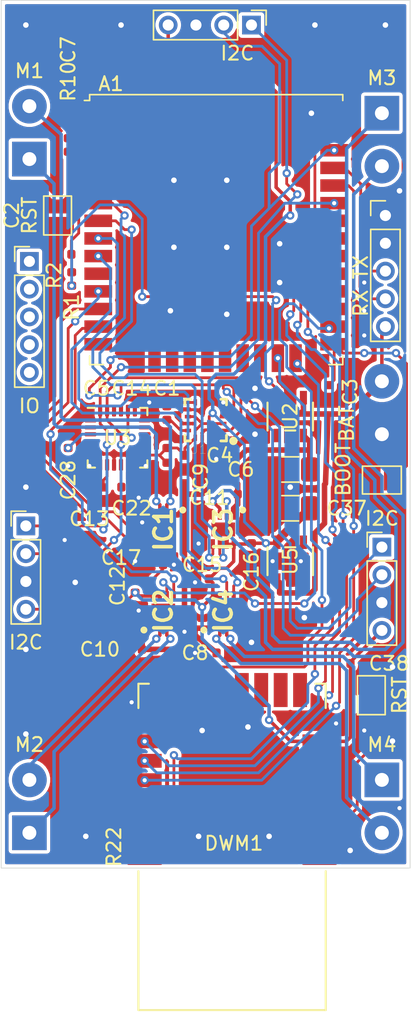
<source format=kicad_pcb>
(kicad_pcb (version 20171130) (host pcbnew "(5.1.5)-3")
  (layers (0 F.Cu signal) (31 B.Cu signal) (36 B.SilkS user) (37 F.SilkS user) (44 Edge.Cuts user))
  (net 0 "")
  (net 1 GND)
  (net 2 MOSI)
  (net 3 SCL)
  (net 4 TX)
  (net 5 RX)
  (net 6 SDA)
  (net 7 MISO)
  (net 8 SCLK)
  (net 9 UWB_CS)
  (net 10 BOOT)
  (net 11 UWB_IRQ)
  (net 12 "Net-(A1-Pad22)")
  (net 13 "Net-(A1-Pad21)")
  (net 14 "Net-(A1-Pad20)")
  (net 15 "Net-(A1-Pad19)")
  (net 16 "Net-(A1-Pad18)")
  (net 17 "Net-(A1-Pad17)")
  (net 18 SCK)
  (net 19 ADC_BAT)
  (net 20 "Net-(A1-Pad4)")
  (net 21 EN)
  (net 22 +3V3)
  (net 23 "Net-(C13-Pad2)")
  (net 24 "Net-(C22-Pad1)")
  (net 25 "Net-(C28-Pad2)")
  (net 26 "Net-(DWM1-Pad15)")
  (net 27 "Net-(DWM1-Pad14)")
  (net 28 "Net-(DWM1-Pad13)")
  (net 29 "Net-(DWM1-Pad12)")
  (net 30 "Net-(DWM1-Pad11)")
  (net 31 "Net-(DWM1-Pad10)")
  (net 32 "Net-(DWM1-Pad9)")
  (net 33 "Net-(DWM1-Pad4)")
  (net 34 "Net-(DWM1-Pad3)")
  (net 35 "Net-(DWM1-Pad2)")
  (net 36 "Net-(DWM1-Pad1)")
  (net 37 "Net-(IC1-Pad9)")
  (net 38 "Net-(IC1-Pad3)")
  (net 39 "Net-(IC1-Pad2)")
  (net 40 "Net-(IC2-Pad9)")
  (net 41 "Net-(IC2-Pad3)")
  (net 42 "Net-(IC2-Pad2)")
  (net 43 "Net-(IC3-Pad9)")
  (net 44 "Net-(IC3-Pad3)")
  (net 45 "Net-(IC3-Pad2)")
  (net 46 "Net-(IC4-Pad9)")
  (net 47 "Net-(IC4-Pad3)")
  (net 48 "Net-(IC4-Pad2)")
  (net 49 "Net-(U3-Pad12)")
  (net 50 "Net-(U3-Pad7)")
  (net 51 "Net-(U3-Pad6)")
  (net 52 "Net-(U5-Pad4)")
  (net 53 VBUS)
  (net 54 M4+)
  (net 55 M4-)
  (net 56 M1-)
  (net 57 M1+)
  (net 58 M2-)
  (net 59 M2+)
  (net 60 M3-)
  (net 61 M3+)
  (net 62 "Net-(C1-Pad2)")
  (net 63 "Net-(C1-Pad1)")
  (net 64 VM)
  (net 65 "Net-(U1-Pad15)")
  (net 66 "Net-(U2-Pad4)")
  (net 67 IO5)
  (net 68 IO12)
  (net 69 IO25)
  (net 70 "Net-(J10-Pad4)")
  (net 71 "Net-(J10-Pad3)")
  (net 72 "Net-(J10-Pad2)")
  (net 73 "Net-(J10-Pad1)")
  (module Resistor_SMD:R_0402_1005Metric (layer F.Cu) (at 137.922 88.392)
    (fp_text reference R2 (at -0.762 1.524 270) (layer F.SilkS))
    (fp_text value 470k)
    (pad 2 smd roundrect (at 0.485 0) (size 0.59 0.64) (layers F.Cu F.Paste F.Mask) (net 20 "Net-(A1-Pad4)"))
    (pad 1 smd roundrect (at -0.485 0) (size 0.59 0.64) (layers F.Cu F.Paste F.Mask) (net 1 GND))
  )
  (module Resistor_SMD:R_0402_1005Metric (layer F.Cu) (at 138.43 90.17 90)
    (fp_text reference R1 (at -2.032 0 90) (layer F.SilkS))
    (fp_text value 128k)
    (pad 2 smd roundrect (at 0.485 0 90) (size 0.59 0.64) (layers F.Cu F.Paste F.Mask) (net 20 "Net-(A1-Pad4)"))
    (pad 1 smd roundrect (at -0.485 0 90) (size 0.59 0.64) (layers F.Cu F.Paste F.Mask) (net 53 VBUS))
  )
  (module Connector_PinHeader_2.00mm:PinHeader_1x05_P2.00mm_Vertical (layer F.Cu) (at 135.382 88.9)
    (fp_text reference IO (at 0 10.414) (layer F.SilkS))
    (fp_text value Conn_01x04_Female)
    (pad 5 thru_hole oval (at 0 8) (size 1.35 1.35) (drill 0.8) (layers *.Cu *.Mask))
    (pad 4 thru_hole oval (at 0 6) (size 1.35 1.35) (drill 0.8) (layers *.Cu *.Mask) (net 70 "Net-(J10-Pad4)"))
    (pad 3 thru_hole oval (at 0 4) (size 1.35 1.35) (drill 0.8) (layers *.Cu *.Mask) (net 71 "Net-(J10-Pad3)"))
    (pad 2 thru_hole oval (at 0 2) (size 1.35 1.35) (drill 0.8) (layers *.Cu *.Mask) (net 72 "Net-(J10-Pad2)"))
    (pad 1 thru_hole rect (at 0 0) (size 1.35 1.35) (drill 0.8) (layers *.Cu *.Mask) (net 73 "Net-(J10-Pad1)"))
  )
  (module Connector_PinHeader_2.00mm:PinHeader_1x05_P2.00mm_Vertical (layer F.Cu) (at 161.036 85.598)
    (fp_text reference "RX TX" (at -1.778 5.08 90) (layer F.SilkS))
    (fp_text value Conn_01x04_Female)
    (pad 5 thru_hole oval (at 0 8) (size 1.35 1.35) (drill 0.8) (layers *.Cu *.Mask) (net 53 VBUS))
    (pad 4 thru_hole oval (at 0 6) (size 1.35 1.35) (drill 0.8) (layers *.Cu *.Mask) (net 5 RX))
    (pad 3 thru_hole oval (at 0 4) (size 1.35 1.35) (drill 0.8) (layers *.Cu *.Mask) (net 4 TX))
    (pad 2 thru_hole oval (at 0 2) (size 1.35 1.35) (drill 0.8) (layers *.Cu *.Mask) (net 1 GND))
    (pad 1 thru_hole rect (at 0 0) (size 1.35 1.35) (drill 0.8) (layers *.Cu *.Mask) (net 1 GND))
  )
  (module Connector_Wire:SolderWirePad_1x02_P3.81mm_Drill1mm (layer F.Cu) (at 160.782 101.346 90)
    (fp_text reference BAT (at 0.762 -2.54 90) (layer F.SilkS))
    (fp_text value BAT)
    (pad 2 thru_hole circle (at 3.81 0 90) (size 2.49936 2.49936) (drill 1.00076) (layers *.Cu *.Mask) (net 53 VBUS))
    (pad 1 thru_hole rect (at 0 0 90) (size 2.49936 2.49936) (drill 1.00076) (layers *.Cu *.Mask) (net 1 GND))
  )
  (module Capacitor_SMD:C_0402_1005Metric (layer F.Cu) (at 144.526 110.744)
    (fp_text reference C17 (at -2.54 -0.508 180) (layer F.SilkS))
    (fp_text value 0.1uf)
    (pad 2 smd roundrect (at 0.485 0) (size 0.59 0.64) (layers F.Cu F.Paste F.Mask) (net 22 +3V3))
    (pad 1 smd roundrect (at -0.485 0) (size 0.59 0.64) (layers F.Cu F.Paste F.Mask) (net 1 GND))
  )
  (module Capacitor_SMD:C_0402_1005Metric (layer F.Cu) (at 151.384 108.712 270)
    (fp_text reference C16 (at 2.54 0 90) (layer F.SilkS))
    (fp_text value 0.1uf)
    (pad 2 smd roundrect (at 0.485 0 270) (size 0.59 0.64) (layers F.Cu F.Paste F.Mask) (net 22 +3V3))
    (pad 1 smd roundrect (at -0.485 0 270) (size 0.59 0.64) (layers F.Cu F.Paste F.Mask) (net 1 GND))
  )
  (module Capacitor_SMD:C_0402_1005Metric (layer F.Cu) (at 147.828 111.76)
    (fp_text reference C15 (at 0 -1.016) (layer F.SilkS))
    (fp_text value 0.1uf)
    (pad 2 smd roundrect (at 0.485 0) (size 0.59 0.64) (layers F.Cu F.Paste F.Mask) (net 22 +3V3))
    (pad 1 smd roundrect (at -0.485 0) (size 0.59 0.64) (layers F.Cu F.Paste F.Mask) (net 1 GND))
  )
  (module Capacitor_SMD:C_0402_1005Metric (layer F.Cu) (at 143.002 112.268 270)
    (fp_text reference C12 (at 0 1.27 270) (layer F.SilkS))
    (fp_text value 0.1uf)
    (pad 2 smd roundrect (at 0.485 0 270) (size 0.59 0.64) (layers F.Cu F.Paste F.Mask) (net 22 +3V3))
    (pad 1 smd roundrect (at -0.485 0 270) (size 0.59 0.64) (layers F.Cu F.Paste F.Mask) (net 1 GND))
  )
  (module Capacitor_SMD:C_0402_1005Metric (layer F.Cu) (at 150.876 105.664 180)
    (fp_text reference C11 (at 2.54 -0.254 180) (layer F.SilkS))
    (fp_text value 0.1uf)
    (pad 2 smd roundrect (at 0.485 0 180) (size 0.59 0.64) (layers F.Cu F.Paste F.Mask) (net 64 VM))
    (pad 1 smd roundrect (at -0.485 0 180) (size 0.59 0.64) (layers F.Cu F.Paste F.Mask) (net 1 GND))
  )
  (module Capacitor_SMD:C_0402_1005Metric (layer F.Cu) (at 143.002 116.84)
    (fp_text reference C10 (at -2.54 0) (layer F.SilkS))
    (fp_text value 0.1uf)
    (pad 2 smd roundrect (at 0.485 0) (size 0.59 0.64) (layers F.Cu F.Paste F.Mask) (net 64 VM))
    (pad 1 smd roundrect (at -0.485 0) (size 0.59 0.64) (layers F.Cu F.Paste F.Mask) (net 1 GND))
  )
  (module Capacitor_SMD:C_0402_1005Metric (layer F.Cu) (at 146.558 104.394 270)
    (fp_text reference C9 (at 0 -1.17 90) (layer F.SilkS))
    (fp_text value 0.1uf)
    (pad 2 smd roundrect (at 0.485 0 270) (size 0.59 0.64) (layers F.Cu F.Paste F.Mask) (net 64 VM))
    (pad 1 smd roundrect (at -0.485 0 270) (size 0.59 0.64) (layers F.Cu F.Paste F.Mask) (net 1 GND))
  )
  (module Capacitor_SMD:C_0402_1005Metric (layer F.Cu) (at 149.352 117.094 180)
    (fp_text reference C8 (at 2.032 0) (layer F.SilkS))
    (fp_text value 0.1uf)
    (pad 2 smd roundrect (at 0.485 0 180) (size 0.59 0.64) (layers F.Cu F.Paste F.Mask) (net 64 VM))
    (pad 1 smd roundrect (at -0.485 0 180) (size 0.59 0.64) (layers F.Cu F.Paste F.Mask) (net 1 GND))
  )
  (module Connector_Wire:SolderWirePad_1x02_P3.81mm_Drill1mm (layer F.Cu) (at 160.782 126.238 270)
    (fp_text reference M4 (at -2.54 0 180) (layer F.SilkS))
    (fp_text value M2)
    (pad 2 thru_hole circle (at 3.81 0 270) (size 2.49936 2.49936) (drill 1.00076) (layers *.Cu *.Mask) (net 48 "Net-(IC4-Pad2)"))
    (pad 1 thru_hole rect (at 0 0 270) (size 2.49936 2.49936) (drill 1.00076) (layers *.Cu *.Mask) (net 47 "Net-(IC4-Pad3)"))
  )
  (module Connector_Wire:SolderWirePad_1x02_P3.81mm_Drill1mm (layer F.Cu) (at 160.782 78.232 270)
    (fp_text reference M3 (at -2.54 0 180) (layer F.SilkS))
    (fp_text value M3)
    (pad 2 thru_hole circle (at 3.81 0 270) (size 2.49936 2.49936) (drill 1.00076) (layers *.Cu *.Mask) (net 45 "Net-(IC3-Pad2)"))
    (pad 1 thru_hole rect (at 0 0 270) (size 2.49936 2.49936) (drill 1.00076) (layers *.Cu *.Mask) (net 44 "Net-(IC3-Pad3)"))
  )
  (module Connector_Wire:SolderWirePad_1x02_P3.81mm_Drill1mm (layer F.Cu) (at 135.382 130.048 90)
    (fp_text reference M2 (at 6.35 0 180) (layer F.SilkS))
    (fp_text value M4)
    (pad 2 thru_hole circle (at 3.81 0 90) (size 2.49936 2.49936) (drill 1.00076) (layers *.Cu *.Mask) (net 42 "Net-(IC2-Pad2)"))
    (pad 1 thru_hole rect (at 0 0 90) (size 2.49936 2.49936) (drill 1.00076) (layers *.Cu *.Mask) (net 41 "Net-(IC2-Pad3)"))
  )
  (module Connector_Wire:SolderWirePad_1x02_P3.81mm_Drill1mm (layer F.Cu) (at 135.382 81.534 90)
    (fp_text reference M1 (at 6.35 0 180) (layer F.SilkS))
    (fp_text value M1)
    (pad 2 thru_hole circle (at 3.81 0 90) (size 2.49936 2.49936) (drill 1.00076) (layers *.Cu *.Mask) (net 39 "Net-(IC1-Pad2)"))
    (pad 1 thru_hole rect (at 0 0 90) (size 2.49936 2.49936) (drill 1.00076) (layers *.Cu *.Mask) (net 38 "Net-(IC1-Pad3)"))
  )
  (module Connector_PinHeader_2.00mm:PinHeader_1x04_P2.00mm_Vertical (layer F.Cu) (at 135.128 107.95)
    (fp_text reference I2C (at 0 8.382) (layer F.SilkS))
    (fp_text value leftVl106)
    (pad 4 thru_hole oval (at 0 6) (size 1.35 1.35) (drill 0.8) (layers *.Cu *.Mask) (net 22 +3V3))
    (pad 3 thru_hole oval (at 0 4) (size 1.35 1.35) (drill 0.8) (layers *.Cu *.Mask) (net 1 GND))
    (pad 2 thru_hole oval (at 0 2) (size 1.35 1.35) (drill 0.8) (layers *.Cu *.Mask) (net 3 SCL))
    (pad 1 thru_hole rect (at 0 0) (size 1.35 1.35) (drill 0.8) (layers *.Cu *.Mask) (net 6 SDA))
  )
  (module Connector_PinHeader_2.00mm:PinHeader_1x04_P2.00mm_Vertical (layer F.Cu) (at 160.782 109.474)
    (fp_text reference I2C (at 0 -2.06) (layer F.SilkS))
    (fp_text value "right vl106")
    (pad 4 thru_hole oval (at 0 6) (size 1.35 1.35) (drill 0.8) (layers *.Cu *.Mask) (net 22 +3V3))
    (pad 3 thru_hole oval (at 0 4) (size 1.35 1.35) (drill 0.8) (layers *.Cu *.Mask) (net 1 GND))
    (pad 2 thru_hole oval (at 0 2) (size 1.35 1.35) (drill 0.8) (layers *.Cu *.Mask) (net 3 SCL))
    (pad 1 thru_hole rect (at 0 0) (size 1.35 1.35) (drill 0.8) (layers *.Cu *.Mask) (net 6 SDA))
  )
  (module Connector_PinHeader_2.00mm:PinHeader_1x04_P2.00mm_Vertical (layer F.Cu) (at 151.384 71.882 270)
    (fp_text reference I2C (at 2.032 1.016 180) (layer F.SilkS))
    (fp_text value "Front vl106")
    (pad 4 thru_hole oval (at 0 6 270) (size 1.35 1.35) (drill 0.8) (layers *.Cu *.Mask) (net 22 +3V3))
    (pad 3 thru_hole oval (at 0 4 270) (size 1.35 1.35) (drill 0.8) (layers *.Cu *.Mask) (net 1 GND))
    (pad 2 thru_hole oval (at 0 2 270) (size 1.35 1.35) (drill 0.8) (layers *.Cu *.Mask) (net 3 SCL))
    (pad 1 thru_hole rect (at 0 0 270) (size 1.35 1.35) (drill 0.8) (layers *.Cu *.Mask) (net 6 SDA))
  )
  (module "LDO - MIC521633BM5TR:MIC5216-3.3BM5-TR" (layer F.Cu) (at 154.178 100.076 270)
    (fp_text reference U2 (at 0 0 90) (layer F.SilkS))
    (fp_text value MIC5216-3.3BM5-TR hide)
    (pad 5 smd rect (at 1.362451 -0.950001 270) (size 0.972299 0.508) (layers F.Cu F.Paste F.Mask) (net 64 VM))
    (pad 4 smd rect (at 1.362451 0.950001 270) (size 0.972299 0.508) (layers F.Cu F.Paste F.Mask) (net 66 "Net-(U2-Pad4)"))
    (pad 3 smd rect (at -1.362451 0.950001 270) (size 0.972299 0.508) (layers F.Cu F.Paste F.Mask) (net 53 VBUS))
    (pad 2 smd rect (at -1.362451 0 270) (size 0.972299 0.508) (layers F.Cu F.Paste F.Mask) (net 1 GND))
    (pad 1 smd rect (at -1.362451 -0.950001 270) (size 0.972299 0.508) (layers F.Cu F.Paste F.Mask) (net 53 VBUS))
  )
  (module HMC5883L:HMC5883L (layer F.Cu) (at 148.082 100.33 180)
    (fp_text reference U1 (at 0.532 -2.1064) (layer F.SilkS) (effects (font (size 0.64 0.64) (thickness 0.015))))
    (fp_text value HMC5883L)
    (pad 16 smd rect (at -0.75 -1.275 180) (size 0.26 0.45) (layers F.Cu F.Paste F.Mask) (net 6 SDA))
    (pad 15 smd rect (at -0.25 -1.275 180) (size 0.26 0.45) (layers F.Cu F.Paste F.Mask) (net 65 "Net-(U1-Pad15)"))
    (pad 14 smd rect (at 0.25 -1.275 180) (size 0.26 0.45) (layers F.Cu F.Paste F.Mask) (net 1 GND))
    (pad 13 smd rect (at 0.75 -1.275 180) (size 0.26 0.45) (layers F.Cu F.Paste F.Mask) (net 22 +3V3))
    (pad 12 smd rect (at 1.275 -0.75 180) (size 0.45 0.26) (layers F.Cu F.Paste F.Mask) (net 63 "Net-(C1-Pad1)"))
    (pad 11 smd rect (at 1.275 -0.25 180) (size 0.45 0.26) (layers F.Cu F.Paste F.Mask) (net 1 GND))
    (pad 10 smd rect (at 1.275 0.25 180) (size 0.45 0.26) (layers F.Cu F.Paste F.Mask) (net 22 +3V3))
    (pad 9 smd rect (at 1.275 0.75 180) (size 0.45 0.26) (layers F.Cu F.Paste F.Mask) (net 1 GND))
    (pad 8 smd rect (at 0.75 1.275 180) (size 0.26 0.45) (layers F.Cu F.Paste F.Mask) (net 62 "Net-(C1-Pad2)"))
    (pad 7 smd rect (at 0.25 1.275 180) (size 0.26 0.45) (layers F.Cu F.Paste F.Mask) (net 1 GND))
    (pad 6 smd rect (at -0.25 1.275 180) (size 0.26 0.45) (layers F.Cu F.Paste F.Mask) (net 1 GND))
    (pad 5 smd rect (at -0.75 1.275 180) (size 0.26 0.45) (layers F.Cu F.Paste F.Mask) (net 1 GND))
    (pad 4 smd rect (at -1.275 0.75 180) (size 0.45 0.26) (layers F.Cu F.Paste F.Mask) (net 1 GND))
    (pad 3 smd rect (at -1.275 0.25 180) (size 0.45 0.26) (layers F.Cu F.Paste F.Mask) (net 1 GND))
    (pad 2 smd rect (at -1.275 -0.25 180) (size 0.45 0.26) (layers F.Cu F.Paste F.Mask) (net 22 +3V3))
    (pad 1 smd rect (at -1.275 -0.75 180) (size 0.45 0.26) (layers F.Cu F.Paste F.Mask) (net 3 SCL))
  )
  (module Capacitor_SMD:C_1206_3216Metric (layer F.Cu) (at 154.178 103.886)
    (fp_text reference C6 (at -3.556 0) (layer F.SilkS))
    (fp_text value 100uf)
    (pad 2 smd roundrect (at 1.4 0) (size 1.25 1.75) (layers F.Cu F.Paste F.Mask) (roundrect_rratio 0.2) (net 64 VM))
    (pad 1 smd roundrect (at -1.4 0) (size 1.25 1.75) (layers F.Cu F.Paste F.Mask) (roundrect_rratio 0.2) (net 1 GND))
  )
  (module Capacitor_SMD:C_0402_1005Metric (layer F.Cu) (at 147.066 102.87 180)
    (fp_text reference C4 (at -2.032 0) (layer F.SilkS))
    (fp_text value 4.7uf)
    (pad 2 smd roundrect (at 0.485 0 180) (size 0.59 0.64) (layers F.Cu F.Paste F.Mask) (net 22 +3V3))
    (pad 1 smd roundrect (at -0.485 0 180) (size 0.59 0.64) (layers F.Cu F.Paste F.Mask) (net 1 GND))
  )
  (module Capacitor_SMD:C_0402_1005Metric (layer F.Cu) (at 145.288 99.822 90)
    (fp_text reference C1 (at 1.778 0 180) (layer F.SilkS))
    (fp_text value 0.22uf)
    (pad 2 smd roundrect (at 0.485 0 90) (size 0.59 0.64) (layers F.Cu F.Paste F.Mask) (net 62 "Net-(C1-Pad2)"))
    (pad 1 smd roundrect (at -0.485 0 90) (size 0.59 0.64) (layers F.Cu F.Paste F.Mask) (net 63 "Net-(C1-Pad1)"))
  )
  (module "LDO - MIC521633BM5TR:MIC5216-3.3BM5-TR" (layer F.Cu) (at 154.178 110.49 90)
    (fp_text reference U5 (at 0 0 90) (layer F.SilkS))
    (fp_text value MIC5216-3.3BM5-TR hide)
    (pad 5 smd rect (at 1.362451 -0.950001 90) (size 0.972299 0.508) (layers F.Cu F.Paste F.Mask) (net 22 +3V3))
    (pad 4 smd rect (at 1.362451 0.950001 90) (size 0.972299 0.508) (layers F.Cu F.Paste F.Mask) (net 52 "Net-(U5-Pad4)"))
    (pad 3 smd rect (at -1.362451 0.950001 90) (size 0.972299 0.508) (layers F.Cu F.Paste F.Mask) (net 53 VBUS))
    (pad 2 smd rect (at -1.362451 0 90) (size 0.972299 0.508) (layers F.Cu F.Paste F.Mask) (net 1 GND))
    (pad 1 smd rect (at -1.362451 -0.950001 90) (size 0.972299 0.508) (layers F.Cu F.Paste F.Mask) (net 53 VBUS))
  )
  (module Sensor_Motion:InvenSense_QFN-24_4x4mm_P0.5mm (layer F.Cu) (at 141.732 101.6)
    (fp_text reference U3 (at 0 0) (layer F.SilkS))
    (fp_text value MPU-6050)
    (pad 24 smd roundrect (at -1.25 -1.95 90) (size 0.85 0.3) (layers F.Cu F.Paste F.Mask) (net 6 SDA))
    (pad 23 smd roundrect (at -0.75 -1.95 90) (size 0.85 0.3) (layers F.Cu F.Paste F.Mask) (net 3 SCL))
    (pad 22 smd roundrect (at -0.25 -1.95 90) (size 0.85 0.3) (layers F.Cu F.Paste F.Mask))
    (pad 21 smd roundrect (at 0.25 -1.95 90) (size 0.85 0.3) (layers F.Cu F.Paste F.Mask))
    (pad 20 smd roundrect (at 0.75 -1.95 90) (size 0.85 0.3) (layers F.Cu F.Paste F.Mask) (net 25 "Net-(C28-Pad2)"))
    (pad 19 smd roundrect (at 1.25 -1.95 90) (size 0.85 0.3) (layers F.Cu F.Paste F.Mask))
    (pad 18 smd roundrect (at 1.95 -1.25) (size 0.85 0.3) (layers F.Cu F.Paste F.Mask) (net 1 GND))
    (pad 17 smd roundrect (at 1.95 -0.75) (size 0.85 0.3) (layers F.Cu F.Paste F.Mask))
    (pad 16 smd roundrect (at 1.95 -0.25) (size 0.85 0.3) (layers F.Cu F.Paste F.Mask))
    (pad 15 smd roundrect (at 1.95 0.25) (size 0.85 0.3) (layers F.Cu F.Paste F.Mask))
    (pad 14 smd roundrect (at 1.95 0.75) (size 0.85 0.3) (layers F.Cu F.Paste F.Mask))
    (pad 13 smd roundrect (at 1.95 1.25) (size 0.85 0.3) (layers F.Cu F.Paste F.Mask) (net 22 +3V3))
    (pad 12 smd roundrect (at 1.25 1.95 90) (size 0.85 0.3) (layers F.Cu F.Paste F.Mask) (net 49 "Net-(U3-Pad12)"))
    (pad 11 smd roundrect (at 0.75 1.95 90) (size 0.85 0.3) (layers F.Cu F.Paste F.Mask) (net 1 GND))
    (pad 10 smd roundrect (at 0.25 1.95 90) (size 0.85 0.3) (layers F.Cu F.Paste F.Mask) (net 24 "Net-(C22-Pad1)"))
    (pad 9 smd roundrect (at -0.25 1.95 90) (size 0.85 0.3) (layers F.Cu F.Paste F.Mask) (net 1 GND))
    (pad 8 smd roundrect (at -0.75 1.95 90) (size 0.85 0.3) (layers F.Cu F.Paste F.Mask) (net 23 "Net-(C13-Pad2)"))
    (pad 7 smd roundrect (at -1.25 1.95 90) (size 0.85 0.3) (layers F.Cu F.Paste F.Mask) (net 50 "Net-(U3-Pad7)"))
    (pad 6 smd roundrect (at -1.95 1.25) (size 0.85 0.3) (layers F.Cu F.Paste F.Mask) (net 51 "Net-(U3-Pad6)"))
    (pad 5 smd roundrect (at -1.95 0.75) (size 0.85 0.3) (layers F.Cu F.Paste F.Mask))
    (pad 4 smd roundrect (at -1.95 0.25) (size 0.85 0.3) (layers F.Cu F.Paste F.Mask))
    (pad 3 smd roundrect (at -1.95 -0.25) (size 0.85 0.3) (layers F.Cu F.Paste F.Mask))
    (pad 2 smd roundrect (at -1.95 -0.75) (size 0.85 0.3) (layers F.Cu F.Paste F.Mask))
    (pad 1 smd roundrect (at -1.95 -1.25) (size 0.85 0.3) (layers F.Cu F.Paste F.Mask) (net 1 GND))
  )
  (module Resistor_SMD:R_0402_1005Metric (layer F.Cu) (at 141.478 128.524 270)
    (fp_text reference R22 (at 2.54 0 90) (layer F.SilkS))
    (fp_text value 100k)
    (pad 2 smd roundrect (at 0.485 0 270) (size 0.59 0.64) (layers F.Cu F.Paste F.Mask) (net 11 UWB_IRQ))
    (pad 1 smd roundrect (at -0.485 0 270) (size 0.59 0.64) (layers F.Cu F.Paste F.Mask) (net 1 GND))
  )
  (module Resistor_SMD:R_0402_1005Metric (layer F.Cu) (at 138.176 80.518 270)
    (fp_text reference R10 (at -4.572 0 270) (layer F.SilkS))
    (fp_text value 10k)
    (pad 2 smd roundrect (at 0.485 0 270) (size 0.59 0.64) (layers F.Cu F.Paste F.Mask) (net 21 EN))
    (pad 1 smd roundrect (at -0.485 0 270) (size 0.59 0.64) (layers F.Cu F.Paste F.Mask) (net 22 +3V3))
  )
  (module Jumper:SolderJumper-2_P1.3mm_Open_Pad1.0x1.5mm (layer F.Cu) (at 160.02 120.142 270)
    (fp_text reference RST (at 0 -2.032 90) (layer F.SilkS))
    (fp_text value Jumper_NO_Small)
    (pad 1 smd rect (at -0.65 0 270) (size 1 1.5) (layers F.Cu F.Mask) (net 1 GND))
    (pad 2 smd rect (at 0.65 0 270) (size 1 1.5) (layers F.Cu F.Mask) (net 34 "Net-(DWM1-Pad3)"))
  )
  (module Jumper:SolderJumper-2_P1.3mm_Open_Pad1.0x1.5mm (layer F.Cu) (at 160.782 104.648)
    (fp_text reference BOOT (at -2.794 -0.762 270) (layer F.SilkS))
    (fp_text value Jumper_NO_Small)
    (pad 1 smd rect (at -0.65 0) (size 1 1.5) (layers F.Cu F.Mask) (net 1 GND))
    (pad 2 smd rect (at 0.65 0) (size 1 1.5) (layers F.Cu F.Mask) (net 10 BOOT))
  )
  (module Jumper:SolderJumper-2_P1.3mm_Open_Pad1.0x1.5mm (layer F.Cu) (at 137.414 85.598 90)
    (fp_text reference RST (at 0 -2.032 90) (layer F.SilkS))
    (fp_text value Jumper_NO_Small)
    (pad 1 smd rect (at -0.65 0 90) (size 1 1.5) (layers F.Cu F.Mask) (net 1 GND))
    (pad 2 smd rect (at 0.65 0 90) (size 1 1.5) (layers F.Cu F.Mask) (net 21 EN))
  )
  (module SamacSys_Parts:SON50P200X200X80-9N (layer F.Cu) (at 149.352 114.046 90)
    (fp_text reference IC4 (at 0 0 90) (layer F.SilkS) (effects (font (size 1.27 1.27) (thickness 0.254))))
    (fp_text value DRV8837CDSGR hide)
    (pad 9 smd rect (at 0 0 90) (size 1 1.7) (layers F.Cu F.Paste F.Mask) (net 46 "Net-(IC4-Pad9)"))
    (pad 8 smd rect (at 1.05 -0.75 180) (size 0.3 0.7) (layers F.Cu F.Paste F.Mask) (net 22 +3V3))
    (pad 7 smd rect (at 1.05 -0.25 180) (size 0.3 0.7) (layers F.Cu F.Paste F.Mask) (net 22 +3V3))
    (pad 6 smd rect (at 1.05 0.25 180) (size 0.3 0.7) (layers F.Cu F.Paste F.Mask) (net 58 M2-))
    (pad 5 smd rect (at 1.05 0.75 180) (size 0.3 0.7) (layers F.Cu F.Paste F.Mask) (net 59 M2+))
    (pad 4 smd rect (at -1.05 0.75 180) (size 0.3 0.7) (layers F.Cu F.Paste F.Mask) (net 1 GND))
    (pad 3 smd rect (at -1.05 0.25 180) (size 0.3 0.7) (layers F.Cu F.Paste F.Mask) (net 47 "Net-(IC4-Pad3)"))
    (pad 2 smd rect (at -1.05 -0.25 180) (size 0.3 0.7) (layers F.Cu F.Paste F.Mask) (net 48 "Net-(IC4-Pad2)"))
    (pad 1 smd rect (at -1.05 -0.75 180) (size 0.3 0.7) (layers F.Cu F.Paste F.Mask) (net 64 VM))
  )
  (module SamacSys_Parts:SON50P200X200X80-9N (layer F.Cu) (at 149.352 108.204 270)
    (fp_text reference IC3 (at 0 0 90) (layer F.SilkS) (effects (font (size 1.27 1.27) (thickness 0.254))))
    (fp_text value DRV8837CDSGR hide)
    (pad 9 smd rect (at 0 0 270) (size 1 1.7) (layers F.Cu F.Paste F.Mask) (net 43 "Net-(IC3-Pad9)"))
    (pad 8 smd rect (at 1.05 -0.75) (size 0.3 0.7) (layers F.Cu F.Paste F.Mask) (net 22 +3V3))
    (pad 7 smd rect (at 1.05 -0.25) (size 0.3 0.7) (layers F.Cu F.Paste F.Mask) (net 22 +3V3))
    (pad 6 smd rect (at 1.05 0.25) (size 0.3 0.7) (layers F.Cu F.Paste F.Mask) (net 60 M3-))
    (pad 5 smd rect (at 1.05 0.75) (size 0.3 0.7) (layers F.Cu F.Paste F.Mask) (net 61 M3+))
    (pad 4 smd rect (at -1.05 0.75) (size 0.3 0.7) (layers F.Cu F.Paste F.Mask) (net 1 GND))
    (pad 3 smd rect (at -1.05 0.25) (size 0.3 0.7) (layers F.Cu F.Paste F.Mask) (net 44 "Net-(IC3-Pad3)"))
    (pad 2 smd rect (at -1.05 -0.25) (size 0.3 0.7) (layers F.Cu F.Paste F.Mask) (net 45 "Net-(IC3-Pad2)"))
    (pad 1 smd rect (at -1.05 -0.75) (size 0.3 0.7) (layers F.Cu F.Paste F.Mask) (net 64 VM))
  )
  (module SamacSys_Parts:SON50P200X200X80-9N (layer F.Cu) (at 145.034 114.046 90)
    (fp_text reference IC2 (at 0 0 90) (layer F.SilkS) (effects (font (size 1.27 1.27) (thickness 0.254))))
    (fp_text value DRV8837CDSGR hide)
    (pad 9 smd rect (at 0 0 90) (size 1 1.7) (layers F.Cu F.Paste F.Mask) (net 40 "Net-(IC2-Pad9)"))
    (pad 8 smd rect (at 1.05 -0.75 180) (size 0.3 0.7) (layers F.Cu F.Paste F.Mask) (net 22 +3V3))
    (pad 7 smd rect (at 1.05 -0.25 180) (size 0.3 0.7) (layers F.Cu F.Paste F.Mask) (net 22 +3V3))
    (pad 6 smd rect (at 1.05 0.25 180) (size 0.3 0.7) (layers F.Cu F.Paste F.Mask) (net 54 M4+))
    (pad 5 smd rect (at 1.05 0.75 180) (size 0.3 0.7) (layers F.Cu F.Paste F.Mask) (net 55 M4-))
    (pad 4 smd rect (at -1.05 0.75 180) (size 0.3 0.7) (layers F.Cu F.Paste F.Mask) (net 1 GND))
    (pad 3 smd rect (at -1.05 0.25 180) (size 0.3 0.7) (layers F.Cu F.Paste F.Mask) (net 41 "Net-(IC2-Pad3)"))
    (pad 2 smd rect (at -1.05 -0.25 180) (size 0.3 0.7) (layers F.Cu F.Paste F.Mask) (net 42 "Net-(IC2-Pad2)"))
    (pad 1 smd rect (at -1.05 -0.75 180) (size 0.3 0.7) (layers F.Cu F.Paste F.Mask) (net 64 VM))
  )
  (module SamacSys_Parts:SON50P200X200X80-9N (layer F.Cu) (at 145.034 108.204 270)
    (fp_text reference IC1 (at 0 0 90) (layer F.SilkS) (effects (font (size 1.27 1.27) (thickness 0.254))))
    (fp_text value DRV8837CDSGR hide)
    (pad 9 smd rect (at 0 0 270) (size 1 1.7) (layers F.Cu F.Paste F.Mask) (net 37 "Net-(IC1-Pad9)"))
    (pad 8 smd rect (at 1.05 -0.75) (size 0.3 0.7) (layers F.Cu F.Paste F.Mask) (net 22 +3V3))
    (pad 7 smd rect (at 1.05 -0.25) (size 0.3 0.7) (layers F.Cu F.Paste F.Mask) (net 22 +3V3))
    (pad 6 smd rect (at 1.05 0.25) (size 0.3 0.7) (layers F.Cu F.Paste F.Mask) (net 56 M1-))
    (pad 5 smd rect (at 1.05 0.75) (size 0.3 0.7) (layers F.Cu F.Paste F.Mask) (net 57 M1+))
    (pad 4 smd rect (at -1.05 0.75) (size 0.3 0.7) (layers F.Cu F.Paste F.Mask) (net 1 GND))
    (pad 3 smd rect (at -1.05 0.25) (size 0.3 0.7) (layers F.Cu F.Paste F.Mask) (net 38 "Net-(IC1-Pad3)"))
    (pad 2 smd rect (at -1.05 -0.25) (size 0.3 0.7) (layers F.Cu F.Paste F.Mask) (net 39 "Net-(IC1-Pad2)"))
    (pad 1 smd rect (at -1.05 -0.75) (size 0.3 0.7) (layers F.Cu F.Paste F.Mask) (net 64 VM))
  )
  (module RF_Module:DWM1000 (layer F.Cu) (at 149.987 131.064 180)
    (fp_text reference DWM1 (at -0.127 0.254) (layer F.SilkS))
    (fp_text value DWM1000)
    (pad 24 smd rect (at 6.3 -0.7988 270) (size 1 2.45) (layers F.Cu F.Paste F.Mask) (net 1 GND))
    (pad 23 smd rect (at 6.3 0.6012 270) (size 1 2.45) (layers F.Cu F.Paste F.Mask) (net 1 GND))
    (pad 22 smd rect (at 6.3 2.0012 270) (size 1 2.45) (layers F.Cu F.Paste F.Mask) (net 11 UWB_IRQ))
    (pad 21 smd rect (at 6.3 3.4012 270) (size 1 2.45) (layers F.Cu F.Paste F.Mask) (net 1 GND))
    (pad 20 smd rect (at 6.3 4.8012 270) (size 1 2.45) (layers F.Cu F.Paste F.Mask) (net 8 SCLK))
    (pad 19 smd rect (at 6.3 6.2012 270) (size 1 2.45) (layers F.Cu F.Paste F.Mask) (net 7 MISO))
    (pad 18 smd rect (at 6.3 7.6 270) (size 1 2.45) (layers F.Cu F.Paste F.Mask) (net 2 MOSI))
    (pad 17 smd rect (at 6.3 9 270) (size 1 2.45) (layers F.Cu F.Paste F.Mask) (net 9 UWB_CS))
    (pad 16 smd rect (at 4.9 11.2962 180) (size 1 2.45) (layers F.Cu F.Paste F.Mask) (net 1 GND))
    (pad 15 smd rect (at 3.5 11.2962 180) (size 1 2.45) (layers F.Cu F.Paste F.Mask) (net 26 "Net-(DWM1-Pad15)"))
    (pad 14 smd rect (at 2.1 11.2962 180) (size 1 2.45) (layers F.Cu F.Paste F.Mask) (net 27 "Net-(DWM1-Pad14)"))
    (pad 13 smd rect (at 0.7 11.2962 180) (size 1 2.45) (layers F.Cu F.Paste F.Mask) (net 28 "Net-(DWM1-Pad13)"))
    (pad 12 smd rect (at -0.7 11.2962 180) (size 1 2.45) (layers F.Cu F.Paste F.Mask) (net 29 "Net-(DWM1-Pad12)"))
    (pad 11 smd rect (at -2.1 11.2962 180) (size 1 2.45) (layers F.Cu F.Paste F.Mask) (net 30 "Net-(DWM1-Pad11)"))
    (pad 10 smd rect (at -3.5 11.2962 180) (size 1 2.45) (layers F.Cu F.Paste F.Mask) (net 31 "Net-(DWM1-Pad10)"))
    (pad 9 smd rect (at -4.9 11.2962 180) (size 1 2.45) (layers F.Cu F.Paste F.Mask) (net 32 "Net-(DWM1-Pad9)"))
    (pad 8 smd rect (at -6.3 9.0012 270) (size 1 2.45) (layers F.Cu F.Paste F.Mask) (net 1 GND))
    (pad 7 smd rect (at -6.3 7.6012 270) (size 1 2.45) (layers F.Cu F.Paste F.Mask) (net 22 +3V3))
    (pad 6 smd rect (at -6.3 6.2012 270) (size 1 2.45) (layers F.Cu F.Paste F.Mask) (net 22 +3V3))
    (pad 5 smd rect (at -6.3 4.8012 270) (size 1 2.45) (layers F.Cu F.Paste F.Mask) (net 22 +3V3))
    (pad 4 smd rect (at -6.3 3.4012 270) (size 1 2.45) (layers F.Cu F.Paste F.Mask) (net 33 "Net-(DWM1-Pad4)"))
    (pad 3 smd rect (at -6.3 2.0012 270) (size 1 2.45) (layers F.Cu F.Paste F.Mask) (net 34 "Net-(DWM1-Pad3)"))
    (pad 2 smd rect (at -6.3 0.6012 270) (size 1 2.45) (layers F.Cu F.Paste F.Mask) (net 35 "Net-(DWM1-Pad2)"))
    (pad 1 smd rect (at -6.3 -0.7988 270) (size 1 2.45) (layers F.Cu F.Paste F.Mask) (net 36 "Net-(DWM1-Pad1)"))
  )
  (module Capacitor_SMD:C_0402_1005Metric (layer F.Cu) (at 159.004 117.856 180)
    (fp_text reference C38 (at -2.286 0) (layer F.SilkS))
    (fp_text value 10uf)
    (pad 2 smd roundrect (at 0.485 0 180) (size 0.59 0.64) (layers F.Cu F.Paste F.Mask) (net 22 +3V3))
    (pad 1 smd roundrect (at -0.485 0 180) (size 0.59 0.64) (layers F.Cu F.Paste F.Mask) (net 1 GND))
  )
  (module Capacitor_SMD:C_1206_3216Metric (layer F.Cu) (at 154.178 106.68)
    (fp_text reference C37 (at 4.064 0) (layer F.SilkS))
    (fp_text value 100uf)
    (pad 2 smd roundrect (at 1.4 0) (size 1.25 1.75) (layers F.Cu F.Paste F.Mask) (roundrect_rratio 0.2) (net 22 +3V3))
    (pad 1 smd roundrect (at -1.4 0) (size 1.25 1.75) (layers F.Cu F.Paste F.Mask) (roundrect_rratio 0.2) (net 1 GND))
  )
  (module Capacitor_SMD:C_0402_1005Metric (layer F.Cu) (at 138.176 101.854 270)
    (fp_text reference C28 (at 2.794 0 90) (layer F.SilkS))
    (fp_text value 2.2nf)
    (pad 2 smd roundrect (at 0.485 0 270) (size 0.59 0.64) (layers F.Cu F.Paste F.Mask) (net 25 "Net-(C28-Pad2)"))
    (pad 1 smd roundrect (at -0.485 0 270) (size 0.59 0.64) (layers F.Cu F.Paste F.Mask) (net 1 GND))
  )
  (module Capacitor_SMD:C_0402_1005Metric (layer F.Cu) (at 142.494 105.156)
    (fp_text reference C22 (at 0.254 1.524) (layer F.SilkS))
    (fp_text value 0.1uf)
    (pad 2 smd roundrect (at 0.485 0) (size 0.59 0.64) (layers F.Cu F.Paste F.Mask) (net 1 GND))
    (pad 1 smd roundrect (at -0.485 0) (size 0.59 0.64) (layers F.Cu F.Paste F.Mask) (net 24 "Net-(C22-Pad1)"))
  )
  (module Capacitor_SMD:C_0402_1005Metric (layer F.Cu) (at 145.288 101.854 270)
    (fp_text reference C14 (at -3.81 2.54 180) (layer F.SilkS))
    (fp_text value 0.1uf)
    (pad 2 smd roundrect (at 0.485 0 270) (size 0.59 0.64) (layers F.Cu F.Paste F.Mask) (net 22 +3V3))
    (pad 1 smd roundrect (at -0.485 0 270) (size 0.59 0.64) (layers F.Cu F.Paste F.Mask) (net 1 GND))
  )
  (module Capacitor_SMD:C_0402_1005Metric (layer F.Cu) (at 140.716 105.664 90)
    (fp_text reference C13 (at -1.778 -1.016 180) (layer F.SilkS))
    (fp_text value 10nf)
    (pad 2 smd roundrect (at 0.485 0 90) (size 0.59 0.64) (layers F.Cu F.Paste F.Mask) (net 23 "Net-(C13-Pad2)"))
    (pad 1 smd roundrect (at -0.485 0 90) (size 0.59 0.64) (layers F.Cu F.Paste F.Mask) (net 1 GND))
  )
  (module Capacitor_SMD:C_0402_1005Metric (layer F.Cu) (at 138.176 78.486 270)
    (fp_text reference C7 (at -4.826 0 270) (layer F.SilkS))
    (fp_text value 0.1uf)
    (pad 2 smd roundrect (at 0.485 0 270) (size 0.59 0.64) (layers F.Cu F.Paste F.Mask) (net 22 +3V3))
    (pad 1 smd roundrect (at -0.485 0 270) (size 0.59 0.64) (layers F.Cu F.Paste F.Mask) (net 1 GND))
  )
  (module Capacitor_SMD:C_0402_1005Metric (layer F.Cu) (at 145.288 103.886 90)
    (fp_text reference C5 (at 5.842 -5.08 180) (layer F.SilkS))
    (fp_text value 10uf)
    (pad 2 smd roundrect (at 0.485 0 90) (size 0.59 0.64) (layers F.Cu F.Paste F.Mask) (net 22 +3V3))
    (pad 1 smd roundrect (at -0.485 0 90) (size 0.59 0.64) (layers F.Cu F.Paste F.Mask) (net 1 GND))
  )
  (module Capacitor_SMD:C_0402_1005Metric (layer F.Cu) (at 156.972 98.298 270)
    (fp_text reference C3 (at 0 -1.524 90) (layer F.SilkS))
    (fp_text value 10uf)
    (pad 2 smd roundrect (at 0.485 0 270) (size 0.59 0.64) (layers F.Cu F.Paste F.Mask) (net 1 GND))
    (pad 1 smd roundrect (at -0.485 0 270) (size 0.59 0.64) (layers F.Cu F.Paste F.Mask) (net 10 BOOT))
  )
  (module Capacitor_SMD:C_0402_1005Metric (layer F.Cu) (at 134.874 84.074 180)
    (fp_text reference C2 (at 0.762 -1.524 270) (layer F.SilkS))
    (fp_text value 10uf)
    (pad 2 smd roundrect (at 0.485 0 180) (size 0.59 0.64) (layers F.Cu F.Paste F.Mask) (net 1 GND))
    (pad 1 smd roundrect (at -0.485 0 180) (size 0.59 0.64) (layers F.Cu F.Paste F.Mask) (net 21 EN))
  )
  (module RF_Module:ESP32-WROOM-32U (layer F.Cu) (at 148.844 86.614)
    (fp_text reference A1 (at -7.58 -10.5 180) (layer F.SilkS))
    (fp_text value ESP32-WROVER-I)
    (pad 38 smd rect (at 8.5 -8.255) (size 2 0.9) (layers F.Cu F.Paste F.Mask) (net 1 GND))
    (pad 37 smd rect (at 8.5 -6.985) (size 2 0.9) (layers F.Cu F.Paste F.Mask) (net 2 MOSI))
    (pad 36 smd rect (at 8.5 -5.715) (size 2 0.9) (layers F.Cu F.Paste F.Mask) (net 3 SCL))
    (pad 35 smd rect (at 8.5 -4.445) (size 2 0.9) (layers F.Cu F.Paste F.Mask) (net 4 TX))
    (pad 34 smd rect (at 8.5 -3.175) (size 2 0.9) (layers F.Cu F.Paste F.Mask) (net 5 RX))
    (pad 33 smd rect (at 8.5 -1.905) (size 2 0.9) (layers F.Cu F.Paste F.Mask) (net 6 SDA))
    (pad 32 smd rect (at 8.5 -0.635) (size 2 0.9) (layers F.Cu F.Paste F.Mask))
    (pad 31 smd rect (at 8.5 0.635) (size 2 0.9) (layers F.Cu F.Paste F.Mask) (net 7 MISO))
    (pad 30 smd rect (at 8.5 1.905) (size 2 0.9) (layers F.Cu F.Paste F.Mask) (net 8 SCLK))
    (pad 29 smd rect (at 8.5 3.175) (size 2 0.9) (layers F.Cu F.Paste F.Mask) (net 67 IO5))
    (pad 28 smd rect (at 8.5 4.445) (size 2 0.9) (layers F.Cu F.Paste F.Mask))
    (pad 27 smd rect (at 8.5 5.715) (size 2 0.9) (layers F.Cu F.Paste F.Mask))
    (pad 26 smd rect (at 8.5 6.985) (size 2 0.9) (layers F.Cu F.Paste F.Mask) (net 9 UWB_CS))
    (pad 25 smd rect (at 8.5 8.255) (size 2 0.9) (layers F.Cu F.Paste F.Mask) (net 10 BOOT))
    (pad 24 smd rect (at 5.715 9.255 90) (size 2 0.9) (layers F.Cu F.Paste F.Mask) (net 11 UWB_IRQ))
    (pad 23 smd rect (at 4.445 9.255 90) (size 2 0.9) (layers F.Cu F.Paste F.Mask) (net 54 M4+))
    (pad 22 smd rect (at 3.175 9.255 90) (size 2 0.9) (layers F.Cu F.Paste F.Mask) (net 12 "Net-(A1-Pad22)"))
    (pad 21 smd rect (at 1.905 9.255 90) (size 2 0.9) (layers F.Cu F.Paste F.Mask) (net 13 "Net-(A1-Pad21)"))
    (pad 20 smd rect (at 0.635 9.255 90) (size 2 0.9) (layers F.Cu F.Paste F.Mask) (net 14 "Net-(A1-Pad20)"))
    (pad 19 smd rect (at -0.635 9.255 90) (size 2 0.9) (layers F.Cu F.Paste F.Mask) (net 15 "Net-(A1-Pad19)"))
    (pad 18 smd rect (at -1.905 9.255 90) (size 2 0.9) (layers F.Cu F.Paste F.Mask) (net 16 "Net-(A1-Pad18)"))
    (pad 17 smd rect (at -3.175 9.255 90) (size 2 0.9) (layers F.Cu F.Paste F.Mask) (net 17 "Net-(A1-Pad17)"))
    (pad 16 smd rect (at -4.445 9.255 90) (size 2 0.9) (layers F.Cu F.Paste F.Mask) (net 18 SCK))
    (pad 15 smd rect (at -5.715 9.255 270) (size 2 0.9) (layers F.Cu F.Paste F.Mask) (net 1 GND))
    (pad 14 smd rect (at -8.5 8.255) (size 2 0.9) (layers F.Cu F.Paste F.Mask) (net 68 IO12))
    (pad 13 smd rect (at -8.5 6.985) (size 2 0.9) (layers F.Cu F.Paste F.Mask) (net 55 M4-))
    (pad 12 smd rect (at -8.5 5.715) (size 2 0.9) (layers F.Cu F.Paste F.Mask) (net 56 M1-))
    (pad 11 smd rect (at -8.5 4.445) (size 2 0.9) (layers F.Cu F.Paste F.Mask) (net 57 M1+))
    (pad 10 smd rect (at -8.5 3.175) (size 2 0.9) (layers F.Cu F.Paste F.Mask) (net 69 IO25))
    (pad 9 smd rect (at -8.5 1.905) (size 2 0.9) (layers F.Cu F.Paste F.Mask) (net 58 M2-))
    (pad 8 smd rect (at -8.5 0.635) (size 2 0.9) (layers F.Cu F.Paste F.Mask) (net 59 M2+))
    (pad 7 smd rect (at -8.5 -0.635) (size 2 0.9) (layers F.Cu F.Paste F.Mask) (net 60 M3-))
    (pad 6 smd rect (at -8.5 -1.905) (size 2 0.9) (layers F.Cu F.Paste F.Mask) (net 61 M3+))
    (pad 5 smd rect (at -8.5 -3.175) (size 2 0.9) (layers F.Cu F.Paste F.Mask) (net 19 ADC_BAT))
    (pad 4 smd rect (at -8.5 -4.445) (size 2 0.9) (layers F.Cu F.Paste F.Mask) (net 20 "Net-(A1-Pad4)"))
    (pad 3 smd rect (at -8.5 -5.715) (size 2 0.9) (layers F.Cu F.Paste F.Mask) (net 21 EN))
    (pad 2 smd rect (at -8.5 -6.985) (size 2 0.9) (layers F.Cu F.Paste F.Mask) (net 22 +3V3))
    (pad 1 smd rect (at -8.5 -8.255) (size 2 0.9) (layers F.Cu F.Paste F.Mask) (net 1 GND))
    (pad 39 smd rect (at -1 -0.755) (size 5 5) (layers F.Cu F.Paste F.Mask) (net 1 GND))
  )
  (gr_line (start 133.35 70.104) (end 133.35 132.588) (layer Edge.Cuts) (width 0.05))
  (gr_line (start 162.814 70.104) (end 133.35 70.104) (layer Edge.Cuts) (width 0.05))
  (gr_line (start 162.814 132.588) (end 162.814 70.104) (layer Edge.Cuts) (width 0.05))
  (gr_line (start 133.35 132.588) (end 162.814 132.588) (layer Edge.Cuts) (width 0.05))
  (via (at 147.32 112.014) (size 0.6) (drill 0.3) (layers F.Cu B.Cu) (net 1))
  (via (at 157.48 122.174) (size 0.6) (drill 0.3) (layers F.Cu B.Cu) (net 1))
  (via (at 149.606 87.884) (size 0.9) (drill 0.4) (layers F.Cu B.Cu) (net 1))
  (via (at 145.796 87.884) (size 0.9) (drill 0.4) (layers F.Cu B.Cu) (net 1))
  (via (at 135.128 116.84) (size 0.9) (drill 0.4) (layers F.Cu B.Cu) (net 1))
  (via (at 135.128 122.936) (size 0.9) (drill 0.4) (layers F.Cu B.Cu) (net 1))
  (via (at 152.654 130.302) (size 0.9) (drill 0.4) (layers F.Cu B.Cu) (net 1))
  (via (at 147.574 130.302) (size 0.9) (drill 0.4) (layers F.Cu B.Cu) (net 1))
  (via (at 161.544 123.444) (size 0.9) (drill 0.4) (layers F.Cu B.Cu) (net 1))
  (via (at 161.544 118.11) (size 0.9) (drill 0.4) (layers F.Cu B.Cu) (net 1))
  (via (at 155.194 114.554) (size 0.9) (drill 0.4) (layers F.Cu B.Cu) (net 1))
  (via (at 154.178 105.156) (size 0.9) (drill 0.4) (layers F.Cu B.Cu) (net 1))
  (via (at 151.638 101.346) (size 0.9) (drill 0.4) (layers F.Cu B.Cu) (net 1))
  (via (at 151.638 98.044) (size 0.9) (drill 0.4) (layers F.Cu B.Cu) (net 1))
  (via (at 153.416 90.424) (size 0.9) (drill 0.4) (layers F.Cu B.Cu) (net 1))
  (via (at 153.416 87.63) (size 0.9) (drill 0.4) (layers F.Cu B.Cu) (net 1))
  (via (at 148.844 103.124) (size 0.6) (drill 0.3) (layers F.Cu B.Cu) (net 1))
  (via (at 143.256 105.918) (size 0.6) (drill 0.3) (layers F.Cu B.Cu) (net 1))
  (via (at 143.51 107.696) (size 0.6) (drill 0.3) (layers F.Cu B.Cu) (net 1))
  (via (at 139.7 103.632) (size 0.6) (drill 0.3) (layers F.Cu B.Cu) (net 1))
  (via (at 135.128 105.156) (size 0.9) (drill 0.4) (layers F.Cu B.Cu) (net 1))
  (via (at 145.796 83.058) (size 0.9) (drill 0.4) (layers F.Cu B.Cu) (net 1))
  (via (at 149.606 83.058) (size 0.9) (drill 0.4) (layers F.Cu B.Cu) (net 1))
  (via (at 145.542 92.456) (size 0.9) (drill 0.4) (layers F.Cu B.Cu) (net 1))
  (via (at 149.606 92.71) (size 0.9) (drill 0.4) (layers F.Cu B.Cu) (net 1))
  (via (at 135.128 71.882) (size 0.9) (drill 0.4) (layers F.Cu B.Cu) (net 1))
  (via (at 141.986 71.882) (size 0.9) (drill 0.4) (layers F.Cu B.Cu) (net 1))
  (via (at 161.036 71.882) (size 0.9) (drill 0.4) (layers F.Cu B.Cu) (net 1))
  (via (at 155.956 71.882) (size 0.9) (drill 0.4) (layers F.Cu B.Cu) (net 1))
  (via (at 155.702 78.232) (size 0.9) (drill 0.4) (layers F.Cu B.Cu) (net 1))
  (via (at 162.052 83.82) (size 0.9) (drill 0.4) (layers F.Cu B.Cu) (net 1))
  (via (at 147.828 122.682) (size 0.9) (drill 0.4) (layers F.Cu B.Cu) (net 1))
  (via (at 151.13 122.428) (size 0.9) (drill 0.4) (layers F.Cu B.Cu) (net 1))
  (via (at 158.496 131.318) (size 0.9) (drill 0.4) (layers F.Cu B.Cu) (net 1))
  (via (at 139.446 130.302) (size 0.9) (drill 0.4) (layers F.Cu B.Cu) (net 1))
  (via (at 151.384 116.332) (size 0.8) (drill 0.4) (layers F.Cu B.Cu) (net 1))
  (via (at 146.558 115.57) (size 0.6) (drill 0.3) (layers F.Cu B.Cu) (net 1))
  (via (at 152.908 110.49) (size 0.6) (drill 0.3) (layers F.Cu B.Cu) (net 1))
  (via (at 154.94 110.49) (size 0.6) (drill 0.3) (layers F.Cu B.Cu) (net 1))
  (via (at 162.052 128.27) (size 0.6) (drill 0.3) (layers F.Cu B.Cu) (net 1))
  (via (at 138.684 112.014) (size 0.8) (drill 0.4) (layers F.Cu B.Cu) (net 1))
  (via (at 143.002 110.49) (size 0.6) (drill 0.3) (layers F.Cu B.Cu) (net 1))
  (segment (start 141.482 103.55) (end 141.482 102.874) (width 0.2) (layer F.Cu) (net 1))
  (segment (start 141.482 102.874) (end 141.486 102.87) (width 0.2) (layer F.Cu) (net 1))
  (segment (start 141.486 102.87) (end 142.494 102.87) (width 0.2) (layer F.Cu) (net 1))
  (segment (start 142.494 103.538) (end 142.482 103.55) (width 0.2) (layer F.Cu) (net 1))
  (segment (start 142.494 102.87) (end 142.494 103.538) (width 0.2) (layer F.Cu) (net 1))
  (segment (start 142.482 103.55) (end 142.482 104.382) (width 0.2) (layer F.Cu) (net 1))
  (segment (start 142.482 104.382) (end 142.494 104.394) (width 0.2) (layer F.Cu) (net 1))
  (via (at 147.574 109.22) (size 0.6) (drill 0.3) (layers F.Cu B.Cu) (net 1))
  (via (at 144.018 99.06) (size 0.6) (drill 0.3) (layers F.Cu B.Cu) (net 1))
  (via (at 137.922 108.966) (size 0.6) (drill 0.3) (layers F.Cu B.Cu) (net 1))
  (segment (start 147.832 101.605) (end 147.832 102.358) (width 0.2) (layer F.Cu) (net 1))
  (via (at 138.176 103.632) (size 0.6) (drill 0.3) (layers F.Cu B.Cu) (net 1))
  (via (at 149.352 99.06) (size 0.6) (drill 0.3) (layers F.Cu B.Cu) (net 1))
  (via (at 143.764 103.632) (size 0.6) (drill 0.3) (layers F.Cu B.Cu) (net 1))
  (via (at 145.796 110.744) (size 0.6) (drill 0.3) (layers F.Cu B.Cu) (net 1))
  (via (at 143.256 114.046) (size 0.6) (drill 0.3) (layers F.Cu B.Cu) (net 1))
  (via (at 147.32 117.094) (size 0.6) (drill 0.3) (layers F.Cu B.Cu) (net 1))
  (via (at 142.748 120.65) (size 0.6) (drill 0.3) (layers F.Cu B.Cu) (net 1))
  (segment (start 139.782 100.35) (end 138.704 100.35) (width 0.2) (layer F.Cu) (net 1))
  (segment (start 143.682 99.396) (end 144.018 99.06) (width 0.2) (layer F.Cu) (net 1))
  (segment (start 143.682 100.35) (end 143.682 99.396) (width 0.2) (layer F.Cu) (net 1))
  (segment (start 162.052 83.82) (end 162.052 83.312) (width 0.2) (layer F.Cu) (net 1))
  (segment (start 162.052 83.312) (end 162.306 83.058) (width 0.2) (layer F.Cu) (net 1))
  (segment (start 162.306 83.058) (end 162.306 80.772) (width 0.2) (layer F.Cu) (net 1))
  (via (at 159.512 94.234) (size 0.6) (drill 0.3) (layers F.Cu B.Cu) (net 1))
  (via (at 159.512 92.456) (size 0.6) (drill 0.3) (layers F.Cu B.Cu) (net 1))
  (via (at 159.512 90.424) (size 0.6) (drill 0.3) (layers F.Cu B.Cu) (net 1))
  (segment (start 146.807 99.58) (end 147.816 99.58) (width 0.2) (layer F.Cu) (net 1))
  (segment (start 147.832 99.564) (end 147.832 99.055) (width 0.2) (layer F.Cu) (net 1))
  (segment (start 147.816 99.58) (end 147.832 99.564) (width 0.2) (layer F.Cu) (net 1))
  (via (at 159.512 122.682) (size 0.6) (drill 0.3) (layers F.Cu B.Cu) (net 1))
  (via (at 156.972 93.726) (size 0.6) (drill 0.3) (layers F.Cu B.Cu) (net 9))
  (segment (start 157.344 79.629) (end 156.337 79.629) (width 0.2) (layer F.Cu) (net 2))
  (segment (start 156.337 79.629) (end 155.956 80.01) (width 0.2) (layer F.Cu) (net 2))
  (segment (start 155.956 80.01) (end 155.956 86.36) (width 0.2) (layer F.Cu) (net 2))
  (segment (start 155.956 86.36) (end 155.702 86.614) (width 0.2) (layer F.Cu) (net 2))
  (segment (start 155.702 86.614) (end 155.194 86.614) (width 0.2) (layer F.Cu) (net 2))
  (segment (start 155.194 86.614) (end 154.432 87.376) (width 0.2) (layer F.Cu) (net 2))
  (via (at 154.178 92.71) (size 0.6) (drill 0.3) (layers F.Cu B.Cu) (net 2))
  (segment (start 154.432 87.376) (end 154.432 92.456) (width 0.2) (layer F.Cu) (net 2))
  (segment (start 154.432 92.456) (end 154.178 92.71) (width 0.2) (layer F.Cu) (net 2))
  (segment (start 154.178 92.71) (end 154.178 92.964) (width 0.2) (layer B.Cu) (net 2))
  (segment (start 154.178 92.964) (end 153.924 93.218) (width 0.2) (layer B.Cu) (net 2))
  (segment (start 153.924 93.218) (end 153.924 94.234) (width 0.2) (layer B.Cu) (net 2))
  (segment (start 153.924 94.234) (end 156.718 97.028) (width 0.2) (layer B.Cu) (net 2))
  (segment (start 156.718 97.028) (end 156.718 103.378) (width 0.2) (layer B.Cu) (net 2))
  (segment (start 156.718 103.378) (end 157.48 104.14) (width 0.2) (layer B.Cu) (net 2))
  (segment (start 157.48 104.14) (end 157.48 106.68) (width 0.2) (layer B.Cu) (net 2))
  (segment (start 157.48 106.68) (end 157.226 106.934) (width 0.2) (layer B.Cu) (net 2))
  (via (at 157.226 108.204) (size 0.6) (drill 0.3) (layers F.Cu B.Cu) (net 2))
  (segment (start 157.226 106.934) (end 157.226 108.204) (width 0.2) (layer B.Cu) (net 2))
  (segment (start 157.226 108.204) (end 157.226 108.458) (width 0.2) (layer F.Cu) (net 2))
  (segment (start 157.226 108.458) (end 157.734 108.966) (width 0.2) (layer F.Cu) (net 2))
  (segment (start 157.734 108.966) (end 157.734 115.57) (width 0.2) (layer F.Cu) (net 2))
  (segment (start 157.734 115.57) (end 156.718 116.586) (width 0.2) (layer F.Cu) (net 2))
  (segment (start 156.718 116.586) (end 156.718 119.126) (width 0.2) (layer F.Cu) (net 2))
  (via (at 156.21 119.634) (size 0.6) (drill 0.3) (layers F.Cu B.Cu) (net 2))
  (segment (start 156.718 119.126) (end 156.21 119.634) (width 0.2) (layer F.Cu) (net 2))
  (segment (start 145.445 125.222) (end 143.687 123.464) (width 0.2) (layer B.Cu) (net 2))
  (segment (start 151.638 125.222) (end 145.445 125.222) (width 0.2) (layer B.Cu) (net 2))
  (segment (start 156.21 120.65) (end 151.638 125.222) (width 0.2) (layer B.Cu) (net 2))
  (segment (start 156.21 119.634) (end 156.21 120.65) (width 0.2) (layer B.Cu) (net 2))
  (via (at 143.687 123.464) (size 0.6) (drill 0.3) (layers F.Cu B.Cu) (net 2))
  (segment (start 140.982 98.286) (end 140.982 99.65) (width 0.2) (layer F.Cu) (net 3))
  (segment (start 141.478 97.79) (end 140.982 98.286) (width 0.2) (layer F.Cu) (net 3))
  (segment (start 149.872 101.08) (end 150.114 100.838) (width 0.2) (layer F.Cu) (net 3))
  (segment (start 149.357 101.08) (end 149.872 101.08) (width 0.2) (layer F.Cu) (net 3))
  (segment (start 150.114 100.838) (end 150.114 98.044) (width 0.2) (layer F.Cu) (net 3))
  (segment (start 150.114 98.044) (end 149.86 97.79) (width 0.2) (layer F.Cu) (net 3))
  (via (at 141.732 98.552) (size 0.6) (drill 0.3) (layers F.Cu B.Cu) (net 3))
  (segment (start 141.986 98.298) (end 141.732 98.552) (width 0.2) (layer F.Cu) (net 3))
  (segment (start 141.986 97.79) (end 141.986 98.298) (width 0.2) (layer F.Cu) (net 3))
  (segment (start 141.986 97.79) (end 141.478 97.79) (width 0.2) (layer F.Cu) (net 3))
  (via (at 139.7 98.552) (size 0.6) (drill 0.3) (layers F.Cu B.Cu) (net 3))
  (segment (start 141.732 98.552) (end 139.7 98.552) (width 0.2) (layer B.Cu) (net 3))
  (segment (start 139.7 98.552) (end 139.7 98.044) (width 0.2) (layer F.Cu) (net 3))
  (segment (start 139.7 98.044) (end 141.224 96.52) (width 0.2) (layer F.Cu) (net 3))
  (via (at 141.224 96.012) (size 0.6) (drill 0.3) (layers F.Cu B.Cu) (net 3))
  (segment (start 141.224 96.52) (end 141.224 96.012) (width 0.2) (layer F.Cu) (net 3))
  (segment (start 156.845 80.899) (end 157.344 80.899) (width 0.2) (layer B.Cu) (net 3))
  (via (at 157.344 80.899) (size 0.6) (drill 0.3) (layers F.Cu B.Cu) (net 3))
  (segment (start 149.384 71.882) (end 149.384 72.422) (width 0.2) (layer B.Cu) (net 3))
  (segment (start 149.384 72.422) (end 150.368 73.406) (width 0.2) (layer B.Cu) (net 3))
  (segment (start 150.368 73.406) (end 152.146 73.406) (width 0.2) (layer B.Cu) (net 3))
  (segment (start 152.146 73.406) (end 153.416 74.676) (width 0.2) (layer B.Cu) (net 3))
  (segment (start 153.416 74.676) (end 153.416 81.788) (width 0.2) (layer B.Cu) (net 3))
  (segment (start 153.416 81.788) (end 152.654 82.55) (width 0.2) (layer B.Cu) (net 3))
  (segment (start 152.654 82.55) (end 152.654 85.09) (width 0.2) (layer B.Cu) (net 3))
  (segment (start 152.654 85.09) (end 156.845 80.899) (width 0.2) (layer B.Cu) (net 3))
  (segment (start 151.384 86.36) (end 152.654 85.09) (width 0.2) (layer B.Cu) (net 3))
  (segment (start 151.384 94.234) (end 151.384 86.36) (width 0.2) (layer B.Cu) (net 3))
  (segment (start 141.478 95.758) (end 149.86 95.758) (width 0.2) (layer B.Cu) (net 3))
  (segment (start 149.86 95.758) (end 151.384 94.234) (width 0.2) (layer B.Cu) (net 3))
  (segment (start 141.224 96.012) (end 141.478 95.758) (width 0.2) (layer B.Cu) (net 3))
  (segment (start 140.982 99.65) (end 140.982 100.342) (width 0.2) (layer F.Cu) (net 3))
  (via (at 141.986 102.108) (size 0.6) (drill 0.3) (layers F.Cu B.Cu) (net 3))
  (segment (start 140.982 100.342) (end 141.986 101.346) (width 0.2) (layer F.Cu) (net 3))
  (segment (start 141.986 101.346) (end 141.986 102.108) (width 0.2) (layer F.Cu) (net 3))
  (segment (start 141.986 102.108) (end 141.986 108.458) (width 0.2) (layer B.Cu) (net 3))
  (via (at 141.478 108.966) (size 0.6) (drill 0.3) (layers F.Cu B.Cu) (net 3))
  (segment (start 141.986 108.458) (end 141.478 108.966) (width 0.2) (layer B.Cu) (net 3))
  (segment (start 140.494 109.95) (end 135.128 109.95) (width 0.2) (layer F.Cu) (net 3))
  (segment (start 141.478 108.966) (end 140.494 109.95) (width 0.2) (layer F.Cu) (net 3))
  (segment (start 161.036 111.474) (end 160.496 111.474) (width 0.2) (layer F.Cu) (net 3))
  (via (at 149.606 98.298) (size 0.6) (drill 0.3) (layers F.Cu B.Cu) (net 3))
  (segment (start 149.352 97.79) (end 149.352 98.044) (width 0.2) (layer F.Cu) (net 3))
  (segment (start 149.352 98.044) (end 149.606 98.298) (width 0.2) (layer F.Cu) (net 3))
  (segment (start 149.352 97.79) (end 141.986 97.79) (width 0.2) (layer F.Cu) (net 3))
  (segment (start 149.86 97.79) (end 149.352 97.79) (width 0.2) (layer F.Cu) (net 3))
  (segment (start 149.606 98.298) (end 151.892 100.584) (width 0.2) (layer B.Cu) (net 3))
  (segment (start 151.892 100.584) (end 152.4 100.584) (width 0.2) (layer B.Cu) (net 3))
  (segment (start 152.4 100.584) (end 152.908 101.092) (width 0.2) (layer B.Cu) (net 3))
  (segment (start 152.908 101.092) (end 152.908 108.712) (width 0.2) (layer B.Cu) (net 3))
  (segment (start 152.908 108.712) (end 153.67 109.474) (width 0.2) (layer B.Cu) (net 3))
  (segment (start 153.67 109.474) (end 153.67 115.316) (width 0.2) (layer B.Cu) (net 3))
  (segment (start 153.67 115.316) (end 154.178 115.824) (width 0.2) (layer B.Cu) (net 3))
  (segment (start 154.178 115.824) (end 157.226 115.824) (width 0.2) (layer B.Cu) (net 3))
  (segment (start 157.226 115.824) (end 159.004 114.046) (width 0.2) (layer B.Cu) (net 3))
  (segment (start 159.004 113.252) (end 160.782 111.474) (width 0.2) (layer B.Cu) (net 3))
  (segment (start 159.004 114.046) (end 159.004 113.252) (width 0.2) (layer B.Cu) (net 3))
  (segment (start 158.115 82.169) (end 157.344 82.169) (width 0.2) (layer F.Cu) (net 4))
  (segment (start 159.258 83.312) (end 158.115 82.169) (width 0.2) (layer F.Cu) (net 4))
  (segment (start 159.258 89.408) (end 159.258 83.312) (width 0.2) (layer F.Cu) (net 4))
  (segment (start 161.036 89.598) (end 159.448 89.598) (width 0.2) (layer F.Cu) (net 4))
  (segment (start 159.448 89.598) (end 159.258 89.408) (width 0.2) (layer F.Cu) (net 4))
  (segment (start 159.416 91.598) (end 161.036 91.598) (width 0.2) (layer F.Cu) (net 5))
  (segment (start 158.75 83.82) (end 158.75 90.932) (width 0.2) (layer F.Cu) (net 5))
  (segment (start 157.344 83.439) (end 158.369 83.439) (width 0.2) (layer F.Cu) (net 5))
  (segment (start 158.75 90.932) (end 159.416 91.598) (width 0.2) (layer F.Cu) (net 5))
  (segment (start 158.369 83.439) (end 158.75 83.82) (width 0.2) (layer F.Cu) (net 5))
  (segment (start 150.109 101.605) (end 148.832 101.605) (width 0.2) (layer F.Cu) (net 6))
  (segment (start 150.622 101.092) (end 150.109 101.605) (width 0.2) (layer F.Cu) (net 6))
  (segment (start 140.482 98.024) (end 141.224 97.282) (width 0.2) (layer F.Cu) (net 6))
  (segment (start 140.482 99.65) (end 140.482 98.024) (width 0.2) (layer F.Cu) (net 6))
  (segment (start 141.224 97.282) (end 150.368 97.282) (width 0.2) (layer F.Cu) (net 6))
  (segment (start 150.368 97.282) (end 150.622 97.536) (width 0.2) (layer F.Cu) (net 6))
  (via (at 141.986 96.52) (size 0.6) (drill 0.3) (layers F.Cu B.Cu) (net 6))
  (segment (start 141.224 97.282) (end 141.986 96.52) (width 0.2) (layer F.Cu) (net 6))
  (via (at 157.344 84.709) (size 0.6) (drill 0.3) (layers F.Cu B.Cu) (net 6))
  (segment (start 153.797 84.709) (end 157.344 84.709) (width 0.2) (layer B.Cu) (net 6))
  (via (at 154.686 84.074) (size 0.6) (drill 0.3) (layers F.Cu B.Cu) (net 6))
  (segment (start 153.797 84.709) (end 154.051 84.709) (width 0.2) (layer B.Cu) (net 6))
  (segment (start 154.051 84.709) (end 154.686 84.074) (width 0.2) (layer B.Cu) (net 6))
  (via (at 153.924 82.55) (size 0.6) (drill 0.3) (layers F.Cu B.Cu) (net 6))
  (segment (start 154.686 84.074) (end 153.924 83.312) (width 0.2) (layer F.Cu) (net 6))
  (segment (start 153.924 83.312) (end 153.924 82.55) (width 0.2) (layer F.Cu) (net 6))
  (segment (start 153.924 74.422) (end 151.384 71.882) (width 0.2) (layer B.Cu) (net 6))
  (segment (start 153.924 82.55) (end 153.924 74.422) (width 0.2) (layer B.Cu) (net 6))
  (segment (start 141.986 96.52) (end 149.86 96.52) (width 0.2) (layer B.Cu) (net 6))
  (segment (start 151.892 94.488) (end 151.892 86.868) (width 0.2) (layer B.Cu) (net 6))
  (segment (start 149.86 96.52) (end 151.892 94.488) (width 0.2) (layer B.Cu) (net 6))
  (segment (start 151.892 86.868) (end 153.797 84.709) (width 0.2) (layer B.Cu) (net 6))
  (segment (start 140.482 99.65) (end 140.482 100.604) (width 0.2) (layer F.Cu) (net 6))
  (via (at 140.97 102.108) (size 0.6) (drill 0.3) (layers F.Cu B.Cu) (net 6))
  (segment (start 140.482 100.604) (end 140.97 101.092) (width 0.2) (layer F.Cu) (net 6))
  (segment (start 140.97 101.092) (end 140.97 102.108) (width 0.2) (layer F.Cu) (net 6))
  (via (at 140.716 108.204) (size 0.6) (drill 0.3) (layers F.Cu B.Cu) (net 6))
  (segment (start 140.97 102.108) (end 140.97 107.95) (width 0.2) (layer B.Cu) (net 6))
  (segment (start 140.97 107.95) (end 140.716 108.204) (width 0.2) (layer B.Cu) (net 6))
  (segment (start 140.462 107.95) (end 135.128 107.95) (width 0.2) (layer F.Cu) (net 6))
  (segment (start 140.716 108.204) (end 140.462 107.95) (width 0.2) (layer F.Cu) (net 6))
  (segment (start 150.622 98.298) (end 151.638 99.314) (width 0.2) (layer F.Cu) (net 6))
  (via (at 151.638 99.314) (size 0.6) (drill 0.3) (layers F.Cu B.Cu) (net 6))
  (segment (start 150.622 98.298) (end 150.622 101.092) (width 0.2) (layer F.Cu) (net 6))
  (segment (start 150.622 97.536) (end 150.622 98.298) (width 0.2) (layer F.Cu) (net 6))
  (segment (start 151.638 99.314) (end 152.4 100.076) (width 0.2) (layer B.Cu) (net 6))
  (segment (start 152.4 100.076) (end 152.654 100.076) (width 0.2) (layer B.Cu) (net 6))
  (segment (start 152.654 100.076) (end 153.416 100.838) (width 0.2) (layer B.Cu) (net 6))
  (segment (start 153.416 100.838) (end 153.416 108.458) (width 0.2) (layer B.Cu) (net 6))
  (segment (start 153.416 108.458) (end 154.178 109.22) (width 0.2) (layer B.Cu) (net 6))
  (segment (start 154.178 109.22) (end 154.178 114.808) (width 0.2) (layer B.Cu) (net 6))
  (segment (start 154.178 114.808) (end 154.686 115.316) (width 0.2) (layer B.Cu) (net 6))
  (segment (start 154.686 115.316) (end 156.972 115.316) (width 0.2) (layer B.Cu) (net 6))
  (segment (start 156.972 115.316) (end 158.496 113.792) (width 0.2) (layer B.Cu) (net 6))
  (segment (start 158.496 111.76) (end 160.782 109.474) (width 0.2) (layer B.Cu) (net 6))
  (segment (start 158.496 113.792) (end 158.496 111.76) (width 0.2) (layer B.Cu) (net 6))
  (segment (start 157.344 87.249) (end 155.321 87.249) (width 0.2) (layer F.Cu) (net 7))
  (segment (start 155.321 87.249) (end 154.94 87.63) (width 0.2) (layer F.Cu) (net 7))
  (segment (start 154.94 87.63) (end 154.94 90.17) (width 0.2) (layer F.Cu) (net 7))
  (via (at 154.686 93.472) (size 0.6) (drill 0.3) (layers F.Cu B.Cu) (net 7))
  (segment (start 154.94 90.17) (end 154.94 93.218) (width 0.2) (layer F.Cu) (net 7))
  (segment (start 154.94 93.218) (end 154.686 93.472) (width 0.2) (layer F.Cu) (net 7))
  (segment (start 154.686 93.472) (end 154.686 94.234) (width 0.2) (layer B.Cu) (net 7))
  (segment (start 154.686 94.234) (end 155.702 95.25) (width 0.2) (layer B.Cu) (net 7))
  (segment (start 155.702 95.25) (end 155.956 95.25) (width 0.2) (layer B.Cu) (net 7))
  (segment (start 155.956 95.25) (end 157.226 96.52) (width 0.2) (layer B.Cu) (net 7))
  (segment (start 157.226 96.52) (end 157.226 103.124) (width 0.2) (layer B.Cu) (net 7))
  (segment (start 157.226 103.124) (end 157.988 103.886) (width 0.2) (layer B.Cu) (net 7))
  (segment (start 158.242 108.712) (end 158.242 115.824) (width 0.2) (layer F.Cu) (net 7))
  (segment (start 158.242 115.824) (end 157.226 116.84) (width 0.2) (layer F.Cu) (net 7))
  (segment (start 157.226 116.84) (end 157.226 119.888) (width 0.2) (layer F.Cu) (net 7))
  (via (at 156.972 120.142) (size 0.6) (drill 0.3) (layers F.Cu B.Cu) (net 7))
  (segment (start 157.226 119.888) (end 156.972 120.142) (width 0.2) (layer F.Cu) (net 7))
  (segment (start 156.972 120.142) (end 156.718 120.396) (width 0.2) (layer B.Cu) (net 7))
  (segment (start 156.718 120.396) (end 156.718 120.904) (width 0.2) (layer B.Cu) (net 7))
  (segment (start 156.718 120.904) (end 151.892 125.73) (width 0.2) (layer B.Cu) (net 7))
  (via (at 143.687 124.8628) (size 0.6) (drill 0.3) (layers F.Cu B.Cu) (net 7))
  (segment (start 151.892 125.73) (end 144.5542 125.73) (width 0.2) (layer B.Cu) (net 7))
  (segment (start 144.5542 125.73) (end 143.687 124.8628) (width 0.2) (layer B.Cu) (net 7))
  (via (at 157.988 107.188) (size 0.6) (drill 0.3) (layers F.Cu B.Cu) (net 7))
  (segment (start 157.988 103.886) (end 157.988 107.188) (width 0.2) (layer B.Cu) (net 7))
  (segment (start 157.988 108.458) (end 158.242 108.712) (width 0.2) (layer F.Cu) (net 7))
  (segment (start 157.988 107.188) (end 157.988 108.458) (width 0.2) (layer F.Cu) (net 7))
  (segment (start 157.344 88.519) (end 155.829 88.519) (width 0.2) (layer F.Cu) (net 8))
  (segment (start 155.829 88.519) (end 155.448 88.9) (width 0.2) (layer F.Cu) (net 8))
  (via (at 155.448 93.98) (size 0.6) (drill 0.3) (layers F.Cu B.Cu) (net 8))
  (segment (start 155.448 88.9) (end 155.448 93.98) (width 0.2) (layer F.Cu) (net 8))
  (segment (start 155.448 93.98) (end 157.734 96.266) (width 0.2) (layer B.Cu) (net 8))
  (segment (start 157.734 96.266) (end 157.734 102.616) (width 0.2) (layer B.Cu) (net 8))
  (segment (start 157.734 102.616) (end 157.734 102.87) (width 0.25) (layer B.Cu) (net 8))
  (via (at 158.75 107.95) (size 0.6) (drill 0.3) (layers F.Cu B.Cu) (net 8))
  (segment (start 157.734 102.87) (end 158.75 103.886) (width 0.2) (layer B.Cu) (net 8))
  (segment (start 158.75 103.886) (end 158.75 107.95) (width 0.2) (layer B.Cu) (net 8))
  (segment (start 158.75 107.95) (end 158.75 116.078) (width 0.2) (layer F.Cu) (net 8))
  (segment (start 158.75 116.078) (end 157.734 117.094) (width 0.2) (layer F.Cu) (net 8))
  (via (at 157.48 120.904) (size 0.6) (drill 0.3) (layers F.Cu B.Cu) (net 8))
  (segment (start 157.734 117.094) (end 157.734 120.65) (width 0.2) (layer F.Cu) (net 8))
  (segment (start 157.734 120.65) (end 157.48 120.904) (width 0.2) (layer F.Cu) (net 8))
  (via (at 143.687 126.2628) (size 0.6) (drill 0.3) (layers F.Cu B.Cu) (net 8))
  (segment (start 157.48 120.904) (end 152.1212 126.2628) (width 0.2) (layer B.Cu) (net 8))
  (segment (start 152.1212 126.2628) (end 143.687 126.2628) (width 0.2) (layer B.Cu) (net 8))
  (segment (start 156.972 93.726) (end 156.21 93.726) (width 0.2) (layer B.Cu) (net 9))
  (segment (start 156.21 93.726) (end 154.432 91.948) (width 0.2) (layer B.Cu) (net 9))
  (segment (start 154.432 91.948) (end 153.924 91.948) (width 0.2) (layer B.Cu) (net 9))
  (segment (start 153.924 91.948) (end 153.416 92.456) (width 0.2) (layer B.Cu) (net 9))
  (segment (start 153.416 92.456) (end 153.416 94.488) (width 0.2) (layer B.Cu) (net 9))
  (segment (start 155.702 98.298) (end 155.702 108.966) (width 0.2) (layer B.Cu) (net 9))
  (via (at 156.464 113.284) (size 0.6) (drill 0.3) (layers F.Cu B.Cu) (net 9))
  (segment (start 155.702 108.966) (end 156.464 109.728) (width 0.2) (layer B.Cu) (net 9))
  (segment (start 156.464 109.728) (end 156.464 113.284) (width 0.2) (layer B.Cu) (net 9))
  (segment (start 156.464 113.284) (end 156.464 115.316) (width 0.2) (layer F.Cu) (net 9))
  (segment (start 156.464 115.316) (end 155.448 116.332) (width 0.2) (layer F.Cu) (net 9))
  (segment (start 155.448 116.332) (end 155.448 117.856) (width 0.2) (layer F.Cu) (net 9))
  (segment (start 155.448 117.856) (end 155.194 118.11) (width 0.2) (layer F.Cu) (net 9))
  (segment (start 155.194 118.11) (end 144.272 118.11) (width 0.2) (layer F.Cu) (net 9))
  (segment (start 143.687 118.695) (end 143.687 122.064) (width 0.2) (layer F.Cu) (net 9))
  (segment (start 144.272 118.11) (end 143.687 118.695) (width 0.2) (layer F.Cu) (net 9))
  (segment (start 153.924 94.996) (end 153.416 94.488) (width 0.2) (layer B.Cu) (net 9))
  (segment (start 153.924 96.52) (end 153.924 94.996) (width 0.2) (layer B.Cu) (net 9))
  (segment (start 153.924 96.52) (end 155.702 98.298) (width 0.2) (layer B.Cu) (net 9))
  (segment (start 157.344 97.441) (end 156.972 97.813) (width 0.2) (layer F.Cu) (net 10))
  (segment (start 157.344 94.869) (end 157.344 97.441) (width 0.2) (layer F.Cu) (net 10))
  (segment (start 161.432 104.648) (end 161.544 104.648) (width 0.2) (layer F.Cu) (net 10))
  (segment (start 161.544 104.648) (end 162.56 103.632) (width 0.2) (layer F.Cu) (net 10))
  (via (at 161.798 95.504) (size 0.6) (drill 0.3) (layers F.Cu B.Cu) (net 10))
  (segment (start 162.56 103.632) (end 162.56 96.266) (width 0.2) (layer F.Cu) (net 10))
  (segment (start 162.56 96.266) (end 161.798 95.504) (width 0.2) (layer F.Cu) (net 10))
  (via (at 159.512 95.504) (size 0.6) (drill 0.3) (layers F.Cu B.Cu) (net 10))
  (segment (start 161.798 95.504) (end 159.512 95.504) (width 0.2) (layer B.Cu) (net 10))
  (segment (start 157.979 95.504) (end 157.344 94.869) (width 0.2) (layer F.Cu) (net 10))
  (segment (start 159.512 95.504) (end 157.979 95.504) (width 0.2) (layer F.Cu) (net 10))
  (segment (start 143.6332 129.009) (end 143.687 129.0628) (width 0.2) (layer F.Cu) (net 11))
  (segment (start 141.478 129.009) (end 143.6332 129.009) (width 0.2) (layer F.Cu) (net 11))
  (via (at 154.686 96.266) (size 0.6) (drill 0.3) (layers F.Cu B.Cu) (net 11))
  (segment (start 154.559 95.869) (end 154.559 96.139) (width 0.2) (layer F.Cu) (net 11))
  (segment (start 154.559 96.139) (end 154.686 96.266) (width 0.2) (layer F.Cu) (net 11))
  (segment (start 154.686 96.266) (end 156.21 97.79) (width 0.2) (layer B.Cu) (net 11))
  (segment (start 156.21 97.79) (end 156.21 103.632) (width 0.2) (layer B.Cu) (net 11))
  (segment (start 156.21 103.632) (end 156.21 108.204) (width 0.2) (layer B.Cu) (net 11))
  (segment (start 156.21 108.204) (end 156.21 108.458) (width 0.2) (layer B.Cu) (net 11))
  (via (at 156.718 108.966) (size 0.6) (drill 0.3) (layers F.Cu B.Cu) (net 11))
  (segment (start 156.21 108.458) (end 156.718 108.966) (width 0.2) (layer B.Cu) (net 11))
  (segment (start 156.718 108.966) (end 157.226 109.474) (width 0.2) (layer F.Cu) (net 11))
  (segment (start 157.226 109.474) (end 157.226 115.316) (width 0.2) (layer F.Cu) (net 11))
  (segment (start 157.226 115.316) (end 155.956 116.586) (width 0.2) (layer F.Cu) (net 11))
  (via (at 155.956 118.618) (size 0.6) (drill 0.3) (layers F.Cu B.Cu) (net 11))
  (segment (start 155.956 116.586) (end 155.956 118.618) (width 0.2) (layer F.Cu) (net 11))
  (segment (start 155.956 118.618) (end 155.956 118.872) (width 0.2) (layer B.Cu) (net 11))
  (segment (start 155.956 118.872) (end 155.448 119.38) (width 0.2) (layer B.Cu) (net 11))
  (segment (start 155.448 119.38) (end 155.448 120.65) (width 0.2) (layer B.Cu) (net 11))
  (segment (start 155.448 120.65) (end 151.384 124.714) (width 0.2) (layer B.Cu) (net 11))
  (via (at 145.796 124.46) (size 0.6) (drill 0.3) (layers F.Cu B.Cu) (net 11))
  (segment (start 151.384 124.714) (end 146.05 124.714) (width 0.2) (layer B.Cu) (net 11))
  (segment (start 146.05 124.714) (end 145.796 124.46) (width 0.2) (layer B.Cu) (net 11))
  (segment (start 145.796 124.46) (end 145.796 128.524) (width 0.2) (layer F.Cu) (net 11))
  (segment (start 145.2572 129.0628) (end 143.687 129.0628) (width 0.2) (layer F.Cu) (net 11))
  (segment (start 145.796 128.524) (end 145.2572 129.0628) (width 0.2) (layer F.Cu) (net 11))
  (segment (start 138.43 88.415) (end 138.407 88.392) (width 0.2) (layer F.Cu) (net 20))
  (segment (start 138.43 89.685) (end 138.43 88.415) (width 0.2) (layer F.Cu) (net 20))
  (segment (start 138.938 82.55) (end 139.319 82.169) (width 0.2) (layer F.Cu) (net 20))
  (segment (start 138.938 86.868) (end 138.938 82.55) (width 0.2) (layer F.Cu) (net 20))
  (segment (start 139.319 82.169) (end 140.344 82.169) (width 0.2) (layer F.Cu) (net 20))
  (segment (start 138.407 88.392) (end 138.407 87.399) (width 0.2) (layer F.Cu) (net 20))
  (segment (start 138.407 87.399) (end 138.938 86.868) (width 0.2) (layer F.Cu) (net 20))
  (segment (start 140.24 81.003) (end 140.344 80.899) (width 0.2) (layer F.Cu) (net 21))
  (segment (start 138.176 81.003) (end 140.24 81.003) (width 0.2) (layer F.Cu) (net 21))
  (segment (start 138.176 84.186) (end 137.414 84.948) (width 0.2) (layer F.Cu) (net 21))
  (segment (start 138.176 81.003) (end 138.176 84.186) (width 0.2) (layer F.Cu) (net 21))
  (segment (start 136.54 84.074) (end 137.414 84.948) (width 0.2) (layer F.Cu) (net 21))
  (segment (start 135.359 84.074) (end 136.54 84.074) (width 0.2) (layer F.Cu) (net 21))
  (segment (start 144.777 102.85) (end 145.288 102.339) (width 0.2) (layer F.Cu) (net 22))
  (segment (start 143.682 102.85) (end 144.777 102.85) (width 0.2) (layer F.Cu) (net 22))
  (segment (start 144.777 102.89) (end 145.288 103.401) (width 0.2) (layer F.Cu) (net 22))
  (segment (start 144.777 102.85) (end 144.777 102.89) (width 0.2) (layer F.Cu) (net 22))
  (segment (start 146.05 102.339) (end 146.581 102.87) (width 0.2) (layer F.Cu) (net 22))
  (segment (start 145.288 102.339) (end 146.05 102.339) (width 0.2) (layer F.Cu) (net 22))
  (segment (start 146.581 102.356) (end 147.332 101.605) (width 0.2) (layer F.Cu) (net 22))
  (segment (start 146.581 102.87) (end 146.581 102.356) (width 0.2) (layer F.Cu) (net 22))
  (segment (start 153.227999 109.030001) (end 155.578 106.68) (width 0.6) (layer F.Cu) (net 22))
  (segment (start 153.227999 109.127549) (end 153.227999 109.030001) (width 0.6) (layer F.Cu) (net 22))
  (segment (start 149.102 112.996) (end 148.602 112.996) (width 0.25) (layer F.Cu) (net 22))
  (segment (start 144.784 112.996) (end 144.284 112.996) (width 0.25) (layer F.Cu) (net 22))
  (segment (start 145.784 109.254) (end 145.284 109.254) (width 0.25) (layer F.Cu) (net 22))
  (segment (start 156.287 126.2628) (end 156.287 124.8628) (width 0.25) (layer F.Cu) (net 22))
  (segment (start 156.287 124.8628) (end 156.287 123.4628) (width 0.25) (layer F.Cu) (net 22))
  (segment (start 156.287 123.4628) (end 158.2232 123.4628) (width 0.25) (layer F.Cu) (net 22))
  (segment (start 158.2232 123.4628) (end 158.519 123.167) (width 0.25) (layer F.Cu) (net 22))
  (segment (start 147.332 101.605) (end 147.332 101.08) (width 0.2) (layer F.Cu) (net 22))
  (segment (start 147.332 101.08) (end 147.832 100.58) (width 0.2) (layer F.Cu) (net 22))
  (segment (start 147.832 100.58) (end 147.824 100.58) (width 0.2) (layer F.Cu) (net 22))
  (segment (start 147.324 100.08) (end 146.807 100.08) (width 0.2) (layer F.Cu) (net 22))
  (segment (start 147.824 100.58) (end 147.324 100.08) (width 0.2) (layer F.Cu) (net 22))
  (segment (start 149.602 109.254) (end 150.102 109.254) (width 0.2) (layer F.Cu) (net 22))
  (segment (start 151.327 109.254) (end 151.384 109.197) (width 0.2) (layer F.Cu) (net 22))
  (segment (start 150.102 109.254) (end 151.327 109.254) (width 0.25) (layer F.Cu) (net 22))
  (segment (start 153.158548 109.197) (end 153.227999 109.127549) (width 0.2) (layer F.Cu) (net 22))
  (segment (start 148.602 112.049) (end 148.313 111.76) (width 0.25) (layer F.Cu) (net 22))
  (segment (start 148.602 112.996) (end 148.602 112.049) (width 0.25) (layer F.Cu) (net 22))
  (segment (start 145.011 110.744) (end 145.011 110.513) (width 0.25) (layer F.Cu) (net 22))
  (segment (start 145.284 110.24) (end 145.284 109.254) (width 0.25) (layer F.Cu) (net 22))
  (segment (start 145.011 110.513) (end 145.284 110.24) (width 0.25) (layer F.Cu) (net 22))
  (segment (start 143.245 112.996) (end 143.002 112.753) (width 0.25) (layer F.Cu) (net 22))
  (segment (start 144.284 112.996) (end 143.245 112.996) (width 0.25) (layer F.Cu) (net 22))
  (segment (start 148.313 111.76) (end 148.336 111.76) (width 0.2) (layer F.Cu) (net 22))
  (segment (start 148.336 111.76) (end 149.098 110.998) (width 0.25) (layer F.Cu) (net 22))
  (segment (start 149.098 110.998) (end 149.606 110.998) (width 0.25) (layer F.Cu) (net 22))
  (segment (start 150.102 110.502) (end 150.102 109.254) (width 0.25) (layer F.Cu) (net 22))
  (segment (start 149.606 110.998) (end 150.102 110.502) (width 0.25) (layer F.Cu) (net 22))
  (segment (start 148.602 112.996) (end 148.602 113.018) (width 0.2) (layer F.Cu) (net 22))
  (via (at 147.828 113.792) (size 0.6) (drill 0.3) (layers F.Cu B.Cu) (net 22))
  (segment (start 148.602 113.018) (end 147.828 113.792) (width 0.25) (layer F.Cu) (net 22))
  (segment (start 147.828 113.792) (end 147.32 113.284) (width 0.25) (layer B.Cu) (net 22))
  (via (at 143.002 112.753) (size 0.6) (drill 0.3) (layers F.Cu B.Cu) (net 22))
  (segment (start 147.32 113.284) (end 143.533 113.284) (width 0.25) (layer B.Cu) (net 22))
  (segment (start 143.533 113.284) (end 143.002 112.753) (width 0.25) (layer B.Cu) (net 22))
  (segment (start 144.284 112.996) (end 144.284 111.772) (width 0.2) (layer F.Cu) (net 22))
  (segment (start 145.011 111.045) (end 145.011 110.744) (width 0.2) (layer F.Cu) (net 22))
  (segment (start 144.284 111.772) (end 145.011 111.045) (width 0.2) (layer F.Cu) (net 22))
  (segment (start 147.828 113.792) (end 147.828 116.078) (width 0.25) (layer B.Cu) (net 22))
  (via (at 152.654 121.92) (size 0.6) (drill 0.3) (layers F.Cu B.Cu) (net 22))
  (segment (start 147.828 116.078) (end 152.654 120.904) (width 0.25) (layer B.Cu) (net 22))
  (segment (start 152.654 120.904) (end 152.654 121.92) (width 0.25) (layer B.Cu) (net 22))
  (segment (start 154.1968 123.4628) (end 156.287 123.4628) (width 0.25) (layer F.Cu) (net 22))
  (segment (start 152.654 121.92) (end 154.1968 123.4628) (width 0.25) (layer F.Cu) (net 22))
  (via (at 148.59 99.822) (size 0.6) (drill 0.3) (layers F.Cu B.Cu) (net 22))
  (segment (start 148.34 100.072) (end 148.59 99.822) (width 0.2) (layer F.Cu) (net 22))
  (segment (start 148.34 100.58) (end 148.34 100.072) (width 0.2) (layer F.Cu) (net 22))
  (segment (start 148.34 100.58) (end 149.357 100.58) (width 0.2) (layer F.Cu) (net 22))
  (segment (start 147.832 100.58) (end 148.34 100.58) (width 0.2) (layer F.Cu) (net 22))
  (segment (start 148.59 99.822) (end 150.876 102.108) (width 0.2) (layer B.Cu) (net 22))
  (segment (start 150.876 107.65) (end 152.423 109.197) (width 0.2) (layer B.Cu) (net 22))
  (segment (start 150.876 102.108) (end 150.876 107.65) (width 0.2) (layer B.Cu) (net 22))
  (segment (start 151.384 109.197) (end 152.423 109.197) (width 0.25) (layer F.Cu) (net 22))
  (via (at 152.423 109.197) (size 0.6) (drill 0.3) (layers F.Cu B.Cu) (net 22))
  (segment (start 152.423 109.197) (end 153.158548 109.197) (width 0.25) (layer F.Cu) (net 22))
  (segment (start 138.176 78.971) (end 138.176 80.033) (width 0.25) (layer F.Cu) (net 22))
  (segment (start 138.176 80.033) (end 138.915 80.033) (width 0.25) (layer F.Cu) (net 22))
  (segment (start 139.319 79.629) (end 140.344 79.629) (width 0.25) (layer F.Cu) (net 22))
  (segment (start 138.915 80.033) (end 139.319 79.629) (width 0.25) (layer F.Cu) (net 22))
  (segment (start 148.59 99.822) (end 148.59 99.06) (width 0.25) (layer B.Cu) (net 22))
  (segment (start 148.59 99.06) (end 148.336 98.806) (width 0.25) (layer B.Cu) (net 22))
  (segment (start 148.336 98.806) (end 148.336 97.536) (width 0.25) (layer B.Cu) (net 22))
  (segment (start 148.336 97.536) (end 148.844 97.028) (width 0.25) (layer B.Cu) (net 22))
  (segment (start 148.844 97.028) (end 150.114 97.028) (width 0.25) (layer B.Cu) (net 22))
  (segment (start 150.114 97.028) (end 152.4 94.742) (width 0.25) (layer B.Cu) (net 22))
  (segment (start 152.4 94.742) (end 152.4 87.122) (width 0.25) (layer B.Cu) (net 22))
  (via (at 154.178 85.598) (size 0.6) (drill 0.3) (layers F.Cu B.Cu) (net 22))
  (segment (start 152.4 87.122) (end 153.924 85.598) (width 0.25) (layer B.Cu) (net 22))
  (segment (start 153.924 85.598) (end 154.178 85.598) (width 0.25) (layer B.Cu) (net 22))
  (segment (start 154.178 85.598) (end 154.178 84.582) (width 0.25) (layer F.Cu) (net 22))
  (segment (start 154.178 84.582) (end 153.162 83.566) (width 0.25) (layer F.Cu) (net 22))
  (segment (start 153.162 83.566) (end 153.162 76.708) (width 0.25) (layer F.Cu) (net 22))
  (segment (start 153.162 76.708) (end 152.654 76.2) (width 0.25) (layer F.Cu) (net 22))
  (segment (start 139.954 76.2) (end 138.938 77.216) (width 0.25) (layer F.Cu) (net 22))
  (segment (start 138.938 77.216) (end 138.938 78.74) (width 0.25) (layer F.Cu) (net 22))
  (segment (start 138.707 78.971) (end 138.176 78.971) (width 0.25) (layer F.Cu) (net 22))
  (segment (start 138.938 78.74) (end 138.707 78.971) (width 0.25) (layer F.Cu) (net 22))
  (segment (start 145.384 75.534) (end 146.05 76.2) (width 0.25) (layer F.Cu) (net 22))
  (segment (start 145.384 71.882) (end 145.384 75.534) (width 0.25) (layer F.Cu) (net 22))
  (segment (start 152.654 76.2) (end 146.05 76.2) (width 0.25) (layer F.Cu) (net 22))
  (segment (start 146.05 76.2) (end 139.954 76.2) (width 0.25) (layer F.Cu) (net 22))
  (segment (start 141.805 113.95) (end 143.002 112.753) (width 0.2) (layer F.Cu) (net 22))
  (segment (start 135.128 113.95) (end 141.805 113.95) (width 0.2) (layer F.Cu) (net 22))
  (segment (start 158.519 123.167) (end 158.519 117.856) (width 0.25) (layer F.Cu) (net 22))
  (segment (start 158.519 117.737) (end 160.782 115.474) (width 0.25) (layer F.Cu) (net 22))
  (segment (start 158.519 117.856) (end 158.519 117.737) (width 0.25) (layer F.Cu) (net 22))
  (segment (start 140.716 105.179) (end 140.716 104.648) (width 0.2) (layer F.Cu) (net 23))
  (segment (start 140.982 104.382) (end 140.982 103.55) (width 0.2) (layer F.Cu) (net 23))
  (segment (start 140.716 104.648) (end 140.982 104.382) (width 0.2) (layer F.Cu) (net 23))
  (segment (start 141.982 105.129) (end 142.009 105.156) (width 0.2) (layer F.Cu) (net 24))
  (segment (start 141.982 103.55) (end 141.982 105.129) (width 0.2) (layer F.Cu) (net 24))
  (segment (start 142.482 99.65) (end 142.482 101.104) (width 0.2) (layer F.Cu) (net 25))
  (via (at 138.176 102.339) (size 0.6) (drill 0.3) (layers F.Cu B.Cu) (net 25))
  (segment (start 142.482 101.104) (end 142.482 101.334) (width 0.2) (layer F.Cu) (net 25))
  (via (at 142.748 101.6) (size 0.6) (drill 0.3) (layers F.Cu B.Cu) (net 25))
  (segment (start 142.482 101.334) (end 142.748 101.6) (width 0.2) (layer F.Cu) (net 25))
  (segment (start 142.748 101.6) (end 142.494 101.346) (width 0.2) (layer B.Cu) (net 25))
  (segment (start 139.169 101.346) (end 138.176 102.339) (width 0.2) (layer B.Cu) (net 25))
  (segment (start 142.494 101.346) (end 139.169 101.346) (width 0.2) (layer B.Cu) (net 25))
  (segment (start 156.287 129.0628) (end 158.2112 129.0628) (width 0.2) (layer F.Cu) (net 34))
  (segment (start 158.2112 129.0628) (end 159.004 128.27) (width 0.2) (layer F.Cu) (net 34))
  (segment (start 159.004 128.27) (end 159.004 124.968) (width 0.2) (layer F.Cu) (net 34))
  (segment (start 160.02 123.952) (end 160.02 120.792) (width 0.2) (layer F.Cu) (net 34))
  (segment (start 159.004 124.968) (end 160.02 123.952) (width 0.2) (layer F.Cu) (net 34))
  (via (at 144.526 106.172) (size 0.6) (drill 0.3) (layers F.Cu B.Cu) (net 38))
  (segment (start 144.784 107.154) (end 144.784 106.43) (width 0.25) (layer F.Cu) (net 38))
  (segment (start 144.784 106.43) (end 144.526 106.172) (width 0.25) (layer F.Cu) (net 38))
  (segment (start 136.906 83.058) (end 135.382 81.534) (width 0.25) (layer B.Cu) (net 38))
  (segment (start 144.526 106.172) (end 144.526 101.346) (width 0.25) (layer B.Cu) (net 38))
  (segment (start 144.526 101.346) (end 144.018 100.838) (width 0.25) (layer B.Cu) (net 38))
  (segment (start 137.414 100.838) (end 137.16 100.584) (width 0.25) (layer B.Cu) (net 38))
  (segment (start 144.018 100.838) (end 137.414 100.838) (width 0.25) (layer B.Cu) (net 38))
  (segment (start 137.16 83.312) (end 136.906 83.058) (width 0.25) (layer B.Cu) (net 38))
  (segment (start 137.16 100.584) (end 137.16 83.312) (width 0.25) (layer B.Cu) (net 38))
  (via (at 145.542 106.172) (size 0.6) (drill 0.3) (layers F.Cu B.Cu) (net 39))
  (segment (start 145.284 107.154) (end 145.284 106.43) (width 0.25) (layer F.Cu) (net 39))
  (segment (start 145.284 106.43) (end 145.542 106.172) (width 0.25) (layer F.Cu) (net 39))
  (segment (start 145.542 106.172) (end 145.542 100.838) (width 0.25) (layer B.Cu) (net 39))
  (segment (start 145.542 100.838) (end 145.034 100.33) (width 0.25) (layer B.Cu) (net 39))
  (segment (start 137.668 100.076) (end 137.668 79.756) (width 0.25) (layer B.Cu) (net 39))
  (segment (start 145.034 100.33) (end 137.922 100.33) (width 0.25) (layer B.Cu) (net 39))
  (segment (start 137.668 79.756) (end 135.382 77.724) (width 0.25) (layer B.Cu) (net 39))
  (segment (start 137.922 100.33) (end 137.668 100.076) (width 0.25) (layer B.Cu) (net 39))
  (via (at 145.542 116.078) (size 0.6) (drill 0.3) (layers F.Cu B.Cu) (net 41))
  (segment (start 145.284 115.096) (end 145.284 115.82) (width 0.25) (layer F.Cu) (net 41))
  (segment (start 145.284 115.82) (end 145.542 116.078) (width 0.25) (layer F.Cu) (net 41))
  (segment (start 137.16 128.27) (end 135.382 130.048) (width 0.25) (layer B.Cu) (net 41))
  (segment (start 137.16 124.206) (end 137.16 128.27) (width 0.25) (layer B.Cu) (net 41))
  (segment (start 145.542 116.078) (end 144.526 117.094) (width 0.25) (layer B.Cu) (net 41))
  (segment (start 144.272 117.094) (end 137.16 124.206) (width 0.25) (layer B.Cu) (net 41))
  (segment (start 144.526 117.094) (end 144.272 117.094) (width 0.25) (layer B.Cu) (net 41))
  (via (at 144.526 116.078) (size 0.6) (drill 0.3) (layers F.Cu B.Cu) (net 42))
  (segment (start 144.784 115.096) (end 144.784 115.82) (width 0.25) (layer F.Cu) (net 42))
  (segment (start 144.784 115.82) (end 144.526 116.078) (width 0.25) (layer F.Cu) (net 42))
  (segment (start 135.382 125.222) (end 135.382 126.238) (width 0.25) (layer B.Cu) (net 42))
  (segment (start 144.526 116.078) (end 135.382 125.222) (width 0.25) (layer B.Cu) (net 42))
  (via (at 148.59 106.172) (size 0.6) (drill 0.3) (layers F.Cu B.Cu) (net 44))
  (segment (start 149.102 107.154) (end 149.102 106.684) (width 0.25) (layer F.Cu) (net 44))
  (segment (start 149.102 106.684) (end 148.59 106.172) (width 0.25) (layer F.Cu) (net 44))
  (segment (start 148.59 106.172) (end 149.352 105.41) (width 0.25) (layer B.Cu) (net 44))
  (segment (start 150.114 105.664) (end 150.368 105.918) (width 0.2) (layer B.Cu) (net 44))
  (segment (start 149.86 105.41) (end 150.368 105.918) (width 0.25) (layer B.Cu) (net 44))
  (segment (start 149.352 105.41) (end 149.86 105.41) (width 0.25) (layer B.Cu) (net 44))
  (segment (start 158.242 80.772) (end 160.782 78.232) (width 0.25) (layer B.Cu) (net 44))
  (segment (start 158.242 102.616) (end 158.242 80.772) (width 0.25) (layer B.Cu) (net 44))
  (segment (start 160.274 104.648) (end 158.242 102.616) (width 0.25) (layer B.Cu) (net 44))
  (segment (start 160.274 105.918) (end 160.274 104.648) (width 0.25) (layer B.Cu) (net 44))
  (segment (start 161.798 107.442) (end 160.274 105.918) (width 0.25) (layer B.Cu) (net 44))
  (segment (start 151.638 109.728) (end 151.638 111.506) (width 0.25) (layer B.Cu) (net 44))
  (segment (start 150.368 105.918) (end 150.368 108.458) (width 0.25) (layer B.Cu) (net 44))
  (segment (start 150.368 108.458) (end 151.638 109.728) (width 0.25) (layer B.Cu) (net 44))
  (segment (start 152.908 112.776) (end 152.908 115.824) (width 0.25) (layer B.Cu) (net 44))
  (segment (start 161.798 116.078) (end 161.798 107.442) (width 0.25) (layer B.Cu) (net 44))
  (segment (start 152.908 115.824) (end 153.416 116.332) (width 0.25) (layer B.Cu) (net 44))
  (segment (start 153.416 116.332) (end 158.496 116.332) (width 0.25) (layer B.Cu) (net 44))
  (segment (start 158.496 116.332) (end 159.004 116.84) (width 0.25) (layer B.Cu) (net 44))
  (segment (start 151.638 111.506) (end 152.908 112.776) (width 0.25) (layer B.Cu) (net 44))
  (segment (start 159.004 116.84) (end 161.036 116.84) (width 0.25) (layer B.Cu) (net 44))
  (segment (start 161.036 116.84) (end 161.798 116.078) (width 0.25) (layer B.Cu) (net 44))
  (via (at 149.606 106.172) (size 0.6) (drill 0.3) (layers F.Cu B.Cu) (net 45))
  (segment (start 149.602 107.154) (end 149.602 106.176) (width 0.25) (layer F.Cu) (net 45))
  (segment (start 149.602 106.176) (end 149.606 106.172) (width 0.25) (layer F.Cu) (net 45))
  (segment (start 158.75 84.074) (end 160.782 82.042) (width 0.25) (layer B.Cu) (net 45))
  (segment (start 158.75 102.362) (end 158.75 84.074) (width 0.25) (layer B.Cu) (net 45))
  (segment (start 160.782 104.394) (end 158.75 102.362) (width 0.25) (layer B.Cu) (net 45))
  (segment (start 160.782 105.664) (end 160.782 104.394) (width 0.25) (layer B.Cu) (net 45))
  (segment (start 151.13 111.76) (end 152.4 113.03) (width 0.25) (layer B.Cu) (net 45))
  (segment (start 161.29 117.348) (end 162.306 116.332) (width 0.25) (layer B.Cu) (net 45))
  (segment (start 151.13 109.982) (end 151.13 111.76) (width 0.25) (layer B.Cu) (net 45))
  (segment (start 152.4 113.03) (end 152.4 116.332) (width 0.25) (layer B.Cu) (net 45))
  (segment (start 158.242 116.84) (end 158.75 117.348) (width 0.25) (layer B.Cu) (net 45))
  (segment (start 149.606 108.458) (end 151.13 109.982) (width 0.25) (layer B.Cu) (net 45))
  (segment (start 152.4 116.332) (end 152.908 116.84) (width 0.25) (layer B.Cu) (net 45))
  (segment (start 162.306 107.188) (end 160.782 105.664) (width 0.25) (layer B.Cu) (net 45))
  (segment (start 149.606 106.172) (end 149.606 108.458) (width 0.25) (layer B.Cu) (net 45))
  (segment (start 162.306 116.332) (end 162.306 107.188) (width 0.25) (layer B.Cu) (net 45))
  (segment (start 152.908 116.84) (end 158.242 116.84) (width 0.25) (layer B.Cu) (net 45))
  (segment (start 158.75 117.348) (end 161.29 117.348) (width 0.25) (layer B.Cu) (net 45))
  (via (at 149.86 116.078) (size 0.6) (drill 0.3) (layers F.Cu B.Cu) (net 47))
  (segment (start 149.602 115.096) (end 149.602 115.82) (width 0.25) (layer F.Cu) (net 47))
  (segment (start 149.602 115.82) (end 149.86 116.078) (width 0.25) (layer F.Cu) (net 47))
  (segment (start 149.86 116.078) (end 149.86 116.332) (width 0.25) (layer B.Cu) (net 47))
  (segment (start 149.86 116.332) (end 150.876 117.348) (width 0.25) (layer B.Cu) (net 47))
  (segment (start 150.876 117.348) (end 157.988 117.348) (width 0.25) (layer B.Cu) (net 47))
  (segment (start 157.988 117.348) (end 158.75 118.11) (width 0.25) (layer B.Cu) (net 47))
  (segment (start 158.75 118.11) (end 158.75 124.206) (width 0.25) (layer B.Cu) (net 47))
  (segment (start 158.75 124.206) (end 160.782 126.238) (width 0.25) (layer B.Cu) (net 47))
  (via (at 148.844 116.078) (size 0.6) (drill 0.3) (layers F.Cu B.Cu) (net 48))
  (segment (start 149.102 115.096) (end 149.102 115.82) (width 0.25) (layer F.Cu) (net 48))
  (segment (start 149.102 115.82) (end 148.844 116.078) (width 0.25) (layer F.Cu) (net 48))
  (segment (start 158.242 118.364) (end 158.242 127.508) (width 0.25) (layer B.Cu) (net 48))
  (segment (start 158.242 127.508) (end 160.782 130.048) (width 0.25) (layer B.Cu) (net 48))
  (segment (start 148.844 116.078) (end 150.622 117.856) (width 0.25) (layer B.Cu) (net 48))
  (segment (start 157.734 117.856) (end 158.242 118.364) (width 0.25) (layer B.Cu) (net 48))
  (segment (start 150.622 117.856) (end 157.734 117.856) (width 0.25) (layer B.Cu) (net 48))
  (segment (start 155.128001 99.633999) (end 155.128001 98.713549) (width 0.4) (layer F.Cu) (net 53))
  (segment (start 154.870902 99.891098) (end 155.128001 99.633999) (width 0.4) (layer F.Cu) (net 53))
  (segment (start 158.426902 99.891098) (end 160.782 97.536) (width 0.4) (layer F.Cu) (net 53))
  (segment (start 156.902902 99.891098) (end 158.426902 99.891098) (width 0.4) (layer F.Cu) (net 53))
  (segment (start 154.870902 99.891098) (end 156.902902 99.891098) (width 0.4) (layer F.Cu) (net 53))
  (segment (start 153.416 112.040452) (end 153.227999 111.852451) (width 0.4) (layer F.Cu) (net 53))
  (segment (start 153.416 112.776) (end 153.416 112.040452) (width 0.4) (layer F.Cu) (net 53))
  (segment (start 155.128001 112.456001) (end 155.448 112.776) (width 0.4) (layer F.Cu) (net 53))
  (segment (start 155.128001 111.852451) (end 155.128001 112.456001) (width 0.4) (layer F.Cu) (net 53))
  (segment (start 155.448 112.776) (end 153.416 112.776) (width 0.4) (layer F.Cu) (net 53))
  (segment (start 156.648902 107.765098) (end 155.956 108.458) (width 0.4) (layer F.Cu) (net 53))
  (segment (start 155.956 112.522) (end 155.702 112.776) (width 0.4) (layer F.Cu) (net 53))
  (segment (start 155.956 108.458) (end 155.956 112.522) (width 0.4) (layer F.Cu) (net 53))
  (segment (start 155.702 112.776) (end 155.448 112.776) (width 0.4) (layer F.Cu) (net 53))
  (segment (start 156.648902 107.765098) (end 156.648902 104.971098) (width 0.4) (layer F.Cu) (net 53))
  (segment (start 156.648902 104.971098) (end 156.718 104.902) (width 0.4) (layer F.Cu) (net 53))
  (segment (start 156.902902 99.891098) (end 156.718 104.902) (width 0.4) (layer F.Cu) (net 53))
  (segment (start 160.782 93.726) (end 161.036 93.472) (width 0.25) (layer F.Cu) (net 53))
  (segment (start 160.782 97.536) (end 160.782 93.726) (width 0.25) (layer F.Cu) (net 53))
  (segment (start 153.650258 99.841742) (end 153.650258 99.802258) (width 0.4) (layer F.Cu) (net 53))
  (segment (start 153.650258 99.802258) (end 153.162 99.314) (width 0.4) (layer F.Cu) (net 53))
  (segment (start 153.650258 99.841742) (end 154.870902 99.891098) (width 0.4) (layer F.Cu) (net 53))
  (segment (start 153.227999 98.713549) (end 153.162 99.314) (width 0.4) (layer F.Cu) (net 53))
  (via (at 152.654 97.536) (size 0.6) (drill 0.3) (layers F.Cu B.Cu) (net 53))
  (segment (start 153.227999 98.713549) (end 153.227999 98.109999) (width 0.2) (layer F.Cu) (net 53))
  (segment (start 153.227999 98.109999) (end 152.654 97.536) (width 0.2) (layer F.Cu) (net 53))
  (segment (start 152.654 97.536) (end 152.4 97.282) (width 0.2) (layer B.Cu) (net 53))
  (segment (start 152.4 97.282) (end 152.4 95.504) (width 0.2) (layer B.Cu) (net 53))
  (segment (start 152.4 95.504) (end 152.908 94.996) (width 0.2) (layer B.Cu) (net 53))
  (via (at 153.162 91.694) (size 0.6) (drill 0.3) (layers F.Cu B.Cu) (net 53))
  (segment (start 152.908 94.996) (end 152.908 91.948) (width 0.2) (layer B.Cu) (net 53))
  (segment (start 152.908 91.948) (end 153.162 91.694) (width 0.2) (layer B.Cu) (net 53))
  (via (at 143.51 91.44) (size 0.6) (drill 0.3) (layers F.Cu B.Cu) (net 53))
  (segment (start 153.162 91.694) (end 152.908 91.44) (width 0.2) (layer F.Cu) (net 53))
  (segment (start 152.908 91.44) (end 143.51 91.44) (width 0.2) (layer F.Cu) (net 53))
  (segment (start 143.51 91.44) (end 143.51 85.852) (width 0.2) (layer B.Cu) (net 53))
  (segment (start 143.51 85.852) (end 142.494 84.836) (width 0.2) (layer B.Cu) (net 53))
  (segment (start 142.494 84.836) (end 140.462 84.836) (width 0.2) (layer B.Cu) (net 53))
  (via (at 138.43 90.655) (size 0.6) (drill 0.3) (layers F.Cu B.Cu) (net 53))
  (segment (start 140.462 84.836) (end 138.43 86.868) (width 0.2) (layer B.Cu) (net 53))
  (segment (start 138.43 86.868) (end 138.43 90.655) (width 0.2) (layer B.Cu) (net 53))
  (via (at 145.034 112.014) (size 0.6) (drill 0.3) (layers F.Cu B.Cu) (net 54))
  (segment (start 145.284 112.996) (end 145.284 112.264) (width 0.2) (layer F.Cu) (net 54))
  (segment (start 145.284 112.264) (end 145.034 112.014) (width 0.2) (layer F.Cu) (net 54))
  (segment (start 145.034 112.014) (end 145.542 112.522) (width 0.2) (layer B.Cu) (net 54))
  (segment (start 145.542 112.522) (end 145.796 112.776) (width 0.2) (layer B.Cu) (net 54))
  (segment (start 145.796 112.776) (end 149.606 112.776) (width 0.2) (layer B.Cu) (net 54))
  (via (at 151.638 113.538) (size 0.6) (drill 0.3) (layers F.Cu B.Cu) (net 54))
  (segment (start 149.606 112.776) (end 150.876 112.776) (width 0.2) (layer B.Cu) (net 54))
  (segment (start 150.876 112.776) (end 151.638 113.538) (width 0.2) (layer B.Cu) (net 54))
  (segment (start 151.638 113.538) (end 153.924 113.538) (width 0.2) (layer F.Cu) (net 54))
  (segment (start 155.194 108.966) (end 155.194 99.314) (width 0.2) (layer B.Cu) (net 54))
  (segment (start 155.194 99.314) (end 153.416 97.536) (width 0.2) (layer B.Cu) (net 54))
  (via (at 153.289 95.869) (size 0.6) (drill 0.3) (layers F.Cu B.Cu) (net 54))
  (segment (start 153.416 97.536) (end 153.416 95.996) (width 0.2) (layer B.Cu) (net 54))
  (segment (start 153.416 95.996) (end 153.289 95.869) (width 0.2) (layer B.Cu) (net 54))
  (segment (start 155.194 108.966) (end 155.194 109.22) (width 0.2) (layer B.Cu) (net 54))
  (segment (start 155.194 109.22) (end 155.956 109.982) (width 0.2) (layer B.Cu) (net 54))
  (segment (start 155.956 109.982) (end 155.956 112.776) (width 0.2) (layer B.Cu) (net 54))
  (via (at 155.194 113.538) (size 0.6) (drill 0.3) (layers F.Cu B.Cu) (net 54))
  (segment (start 155.956 112.776) (end 155.194 113.538) (width 0.2) (layer B.Cu) (net 54))
  (segment (start 155.194 113.538) (end 153.924 113.538) (width 0.2) (layer F.Cu) (net 54))
  (via (at 145.796 111.76) (size 0.6) (drill 0.3) (layers F.Cu B.Cu) (net 55))
  (segment (start 145.784 112.996) (end 145.784 111.772) (width 0.2) (layer F.Cu) (net 55))
  (segment (start 145.784 111.772) (end 145.796 111.76) (width 0.2) (layer F.Cu) (net 55))
  (via (at 136.906 101.346) (size 0.6) (drill 0.3) (layers F.Cu B.Cu) (net 55))
  (segment (start 140.217 93.726) (end 140.344 93.599) (width 0.2) (layer F.Cu) (net 55))
  (segment (start 136.906 101.346) (end 136.906 101.092) (width 0.2) (layer F.Cu) (net 55))
  (segment (start 136.906 101.092) (end 138.684 99.314) (width 0.2) (layer F.Cu) (net 55))
  (segment (start 138.684 94.234) (end 139.192 93.726) (width 0.2) (layer F.Cu) (net 55))
  (segment (start 139.192 93.726) (end 140.217 93.726) (width 0.2) (layer F.Cu) (net 55))
  (segment (start 138.684 99.314) (end 138.684 94.234) (width 0.2) (layer F.Cu) (net 55))
  (segment (start 136.906 102.108) (end 136.906 101.346) (width 0.2) (layer B.Cu) (net 55))
  (segment (start 145.288 111.252) (end 142.748 111.252) (width 0.2) (layer B.Cu) (net 55))
  (segment (start 139.192 106.172) (end 136.906 103.886) (width 0.2) (layer B.Cu) (net 55))
  (segment (start 136.906 103.886) (end 136.906 102.108) (width 0.2) (layer B.Cu) (net 55))
  (segment (start 145.796 111.76) (end 145.288 111.252) (width 0.2) (layer B.Cu) (net 55))
  (segment (start 142.748 111.252) (end 139.192 107.696) (width 0.2) (layer B.Cu) (net 55))
  (segment (start 139.192 107.696) (end 139.192 106.172) (width 0.2) (layer B.Cu) (net 55))
  (segment (start 137.668 93.218) (end 138.557 92.329) (width 0.2) (layer F.Cu) (net 56))
  (segment (start 137.668 98.806) (end 137.668 93.218) (width 0.2) (layer F.Cu) (net 56))
  (segment (start 135.636 103.124) (end 135.636 100.838) (width 0.2) (layer F.Cu) (net 56))
  (segment (start 144.784 109.724) (end 144.526 109.982) (width 0.2) (layer F.Cu) (net 56))
  (segment (start 138.557 92.329) (end 140.344 92.329) (width 0.2) (layer F.Cu) (net 56))
  (segment (start 144.784 109.254) (end 144.784 109.724) (width 0.2) (layer F.Cu) (net 56))
  (segment (start 139.954 107.442) (end 135.636 103.124) (width 0.2) (layer F.Cu) (net 56))
  (segment (start 144.526 109.982) (end 143.51 109.982) (width 0.2) (layer F.Cu) (net 56))
  (segment (start 135.636 100.838) (end 137.668 98.806) (width 0.2) (layer F.Cu) (net 56))
  (segment (start 143.51 109.982) (end 140.97 107.442) (width 0.2) (layer F.Cu) (net 56))
  (segment (start 140.97 107.442) (end 139.954 107.442) (width 0.2) (layer F.Cu) (net 56))
  (segment (start 144.284 109.254) (end 143.798 109.254) (width 0.2) (layer F.Cu) (net 57))
  (segment (start 143.798 109.254) (end 143.256 108.712) (width 0.2) (layer F.Cu) (net 57))
  (segment (start 143.256 108.712) (end 141.732 107.188) (width 0.2) (layer F.Cu) (net 57))
  (segment (start 141.732 107.188) (end 141.478 106.934) (width 0.2) (layer F.Cu) (net 57))
  (segment (start 141.478 106.934) (end 140.208 106.934) (width 0.2) (layer F.Cu) (net 57))
  (segment (start 140.208 106.934) (end 136.144 102.87) (width 0.2) (layer F.Cu) (net 57))
  (segment (start 136.144 102.87) (end 136.144 101.092) (width 0.2) (layer F.Cu) (net 57))
  (segment (start 136.144 101.092) (end 138.176 99.06) (width 0.2) (layer F.Cu) (net 57))
  (via (at 138.684 93.218) (size 0.6) (drill 0.3) (layers F.Cu B.Cu) (net 57))
  (segment (start 138.176 99.06) (end 138.176 93.726) (width 0.2) (layer F.Cu) (net 57))
  (segment (start 138.176 93.726) (end 138.684 93.218) (width 0.2) (layer F.Cu) (net 57))
  (segment (start 138.684 93.218) (end 140.344 91.558) (width 0.2) (layer B.Cu) (net 57))
  (via (at 140.344 91.059) (size 0.6) (drill 0.3) (layers F.Cu B.Cu) (net 57))
  (segment (start 140.344 91.558) (end 140.344 91.059) (width 0.2) (layer B.Cu) (net 57))
  (via (at 149.352 111.76) (size 0.6) (drill 0.3) (layers F.Cu B.Cu) (net 58))
  (segment (start 149.602 112.996) (end 149.602 112.01) (width 0.2) (layer F.Cu) (net 58))
  (segment (start 149.602 112.01) (end 149.352 111.76) (width 0.2) (layer F.Cu) (net 58))
  (segment (start 146.304 100.33) (end 145.796 99.822) (width 0.2) (layer B.Cu) (net 58))
  (via (at 140.344 88.519) (size 0.6) (drill 0.3) (layers F.Cu B.Cu) (net 58))
  (segment (start 140.725 88.9) (end 140.344 88.519) (width 0.2) (layer B.Cu) (net 58))
  (segment (start 138.43 99.06) (end 138.43 95.25) (width 0.2) (layer B.Cu) (net 58))
  (segment (start 146.304 109.982) (end 146.304 100.33) (width 0.2) (layer B.Cu) (net 58))
  (segment (start 139.192 99.822) (end 138.43 99.06) (width 0.2) (layer B.Cu) (net 58))
  (segment (start 149.352 111.76) (end 148.082 111.76) (width 0.2) (layer B.Cu) (net 58))
  (segment (start 145.796 99.822) (end 139.192 99.822) (width 0.2) (layer B.Cu) (net 58))
  (segment (start 148.082 111.76) (end 146.304 109.982) (width 0.2) (layer B.Cu) (net 58))
  (segment (start 138.43 95.25) (end 141.224 92.456) (width 0.2) (layer B.Cu) (net 58))
  (segment (start 141.224 89.408) (end 140.716 88.9) (width 0.2) (layer B.Cu) (net 58))
  (segment (start 140.716 88.9) (end 140.725 88.9) (width 0.2) (layer B.Cu) (net 58))
  (segment (start 141.224 92.456) (end 141.224 89.408) (width 0.2) (layer B.Cu) (net 58))
  (segment (start 150.102 112.996) (end 150.102 112.28) (width 0.2) (layer F.Cu) (net 59))
  (via (at 150.368 112.014) (size 0.6) (drill 0.3) (layers F.Cu B.Cu) (net 59))
  (segment (start 150.102 112.28) (end 150.368 112.014) (width 0.2) (layer F.Cu) (net 59))
  (segment (start 141.732 87.63) (end 141.351 87.249) (width 0.2) (layer B.Cu) (net 59))
  (segment (start 141.732 92.71) (end 141.732 87.63) (width 0.2) (layer B.Cu) (net 59))
  (segment (start 141.351 87.249) (end 140.344 87.249) (width 0.2) (layer B.Cu) (net 59))
  (segment (start 138.938 95.504) (end 141.732 92.71) (width 0.2) (layer B.Cu) (net 59))
  (segment (start 138.938 98.806) (end 138.938 95.504) (width 0.2) (layer B.Cu) (net 59))
  (segment (start 148.082 110.998) (end 146.812 109.728) (width 0.2) (layer B.Cu) (net 59))
  (segment (start 150.368 112.014) (end 150.368 111.76) (width 0.2) (layer B.Cu) (net 59))
  (segment (start 150.368 111.76) (end 149.606 110.998) (width 0.2) (layer B.Cu) (net 59))
  (via (at 140.344 87.249) (size 0.6) (drill 0.3) (layers F.Cu B.Cu) (net 59))
  (segment (start 146.812 109.728) (end 146.812 98.552) (width 0.2) (layer B.Cu) (net 59))
  (segment (start 149.606 110.998) (end 148.082 110.998) (width 0.2) (layer B.Cu) (net 59))
  (segment (start 143.002 98.298) (end 141.986 99.314) (width 0.2) (layer B.Cu) (net 59))
  (segment (start 146.812 98.552) (end 146.558 98.298) (width 0.2) (layer B.Cu) (net 59))
  (segment (start 146.558 98.298) (end 143.002 98.298) (width 0.2) (layer B.Cu) (net 59))
  (segment (start 141.986 99.314) (end 139.446 99.314) (width 0.2) (layer B.Cu) (net 59))
  (segment (start 139.446 99.314) (end 138.938 98.806) (width 0.2) (layer B.Cu) (net 59))
  (segment (start 149.102 109.254) (end 149.102 109.986) (width 0.2) (layer F.Cu) (net 60))
  (via (at 149.352 110.236) (size 0.6) (drill 0.3) (layers F.Cu B.Cu) (net 60))
  (segment (start 149.102 109.986) (end 149.352 110.236) (width 0.2) (layer F.Cu) (net 60))
  (segment (start 149.352 110.236) (end 149.352 108.966) (width 0.2) (layer B.Cu) (net 60))
  (segment (start 149.352 108.966) (end 147.828 107.442) (width 0.2) (layer B.Cu) (net 60))
  (segment (start 147.828 107.442) (end 147.828 97.536) (width 0.2) (layer B.Cu) (net 60))
  (segment (start 147.828 97.536) (end 147.32 97.028) (width 0.2) (layer B.Cu) (net 60))
  (segment (start 147.32 97.028) (end 142.494 97.028) (width 0.2) (layer B.Cu) (net 60))
  (segment (start 142.494 97.028) (end 142.24 97.282) (width 0.2) (layer B.Cu) (net 60))
  (segment (start 142.24 97.282) (end 141.478 97.282) (width 0.2) (layer B.Cu) (net 60))
  (segment (start 141.478 97.282) (end 140.462 96.266) (width 0.2) (layer B.Cu) (net 60))
  (segment (start 140.462 96.266) (end 140.462 95.504) (width 0.2) (layer B.Cu) (net 60))
  (segment (start 140.462 95.504) (end 141.986 93.98) (width 0.2) (layer B.Cu) (net 60))
  (segment (start 141.986 93.98) (end 142.748 93.218) (width 0.2) (layer B.Cu) (net 60))
  (segment (start 142.748 93.218) (end 142.748 86.614) (width 0.2) (layer B.Cu) (net 60))
  (via (at 142.748 86.614) (size 0.6) (drill 0.3) (layers F.Cu B.Cu) (net 60))
  (segment (start 142.748 86.614) (end 142.24 86.614) (width 0.2) (layer F.Cu) (net 60))
  (segment (start 141.605 85.979) (end 140.344 85.979) (width 0.2) (layer F.Cu) (net 60))
  (segment (start 142.24 86.614) (end 141.605 85.979) (width 0.2) (layer F.Cu) (net 60))
  (via (at 148.336 110.236) (size 0.6) (drill 0.3) (layers F.Cu B.Cu) (net 61))
  (segment (start 148.602 109.254) (end 148.602 109.97) (width 0.2) (layer F.Cu) (net 61))
  (segment (start 148.602 109.97) (end 148.336 110.236) (width 0.2) (layer F.Cu) (net 61))
  (via (at 142.24 85.598) (size 0.6) (drill 0.3) (layers F.Cu B.Cu) (net 61))
  (segment (start 141.351 84.709) (end 140.344 84.709) (width 0.2) (layer F.Cu) (net 61))
  (segment (start 142.24 85.598) (end 141.351 84.709) (width 0.2) (layer F.Cu) (net 61))
  (segment (start 141.986 85.852) (end 142.24 85.598) (width 0.2) (layer B.Cu) (net 61))
  (segment (start 148.336 110.236) (end 148.336 108.712) (width 0.2) (layer B.Cu) (net 61))
  (segment (start 148.336 108.712) (end 147.32 107.696) (width 0.2) (layer B.Cu) (net 61))
  (segment (start 147.32 107.696) (end 147.32 98.044) (width 0.2) (layer B.Cu) (net 61))
  (segment (start 147.32 98.044) (end 147.066 97.79) (width 0.2) (layer B.Cu) (net 61))
  (segment (start 141.224 97.79) (end 139.954 96.52) (width 0.2) (layer B.Cu) (net 61))
  (segment (start 139.954 96.52) (end 139.954 95.25) (width 0.2) (layer B.Cu) (net 61))
  (segment (start 139.954 95.25) (end 142.24 92.964) (width 0.2) (layer B.Cu) (net 61))
  (segment (start 142.24 92.964) (end 142.24 87.122) (width 0.2) (layer B.Cu) (net 61))
  (segment (start 142.24 87.122) (end 141.986 86.868) (width 0.2) (layer B.Cu) (net 61))
  (segment (start 147.066 97.79) (end 141.224 97.79) (width 0.2) (layer B.Cu) (net 61))
  (segment (start 141.986 86.868) (end 141.986 85.852) (width 0.2) (layer B.Cu) (net 61))
  (segment (start 145.288 99.337) (end 146.027 99.337) (width 0.2) (layer F.Cu) (net 62))
  (segment (start 146.027 99.337) (end 146.304 99.06) (width 0.2) (layer F.Cu) (net 62))
  (segment (start 147.327 99.06) (end 147.332 99.055) (width 0.2) (layer F.Cu) (net 62))
  (segment (start 146.304 99.06) (end 147.327 99.06) (width 0.2) (layer F.Cu) (net 62))
  (segment (start 146.807 101.08) (end 146.292 101.08) (width 0.2) (layer F.Cu) (net 63))
  (segment (start 145.519 100.307) (end 145.288 100.307) (width 0.2) (layer F.Cu) (net 63))
  (segment (start 146.292 101.08) (end 145.519 100.307) (width 0.2) (layer F.Cu) (net 63))
  (segment (start 155.578 101.88845) (end 155.128001 101.438451) (width 0.4) (layer F.Cu) (net 64))
  (segment (start 155.578 103.886) (end 155.578 104.01) (width 0.6) (layer F.Cu) (net 64))
  (segment (start 155.578 102.486) (end 151.006 102.486) (width 0.4) (layer F.Cu) (net 64))
  (segment (start 155.578 102.486) (end 155.578 101.88845) (width 0.4) (layer F.Cu) (net 64))
  (segment (start 155.578 103.886) (end 155.578 102.486) (width 0.4) (layer F.Cu) (net 64))
  (segment (start 151.006 102.486) (end 149.837 103.655) (width 0.4) (layer F.Cu) (net 64))
  (segment (start 146.558 105.664) (end 147.828 105.664) (width 0.4) (layer F.Cu) (net 64))
  (segment (start 146.558 114.277) (end 147.32 115.316) (width 0.4) (layer F.Cu) (net 64))
  (segment (start 148.602 115.096) (end 148.602 115.304) (width 0.4) (layer F.Cu) (net 64))
  (segment (start 146.084 107.154) (end 146.558 106.68) (width 0.4) (layer F.Cu) (net 64))
  (segment (start 146.558 105.664) (end 146.558 106.68) (width 0.4) (layer F.Cu) (net 64))
  (segment (start 145.784 107.154) (end 146.084 107.154) (width 0.4) (layer F.Cu) (net 64))
  (segment (start 146.558 106.68) (end 146.558 114.277) (width 0.4) (layer F.Cu) (net 64))
  (segment (start 148.382 115.316) (end 148.602 115.096) (width 0.4) (layer F.Cu) (net 64))
  (segment (start 147.32 115.316) (end 148.382 115.316) (width 0.4) (layer F.Cu) (net 64))
  (segment (start 147.32 115.316) (end 147.297 115.316) (width 0.4) (layer F.Cu) (net 64))
  (segment (start 147.32 115.316) (end 147.32 115.547) (width 0.4) (layer F.Cu) (net 64))
  (segment (start 143.51 115.57) (end 143.51 116.817) (width 0.4) (layer F.Cu) (net 64))
  (segment (start 144.284 115.096) (end 143.984 115.096) (width 0.4) (layer F.Cu) (net 64))
  (segment (start 143.51 116.817) (end 143.487 116.84) (width 0.4) (layer F.Cu) (net 64))
  (segment (start 143.984 115.096) (end 143.51 115.57) (width 0.4) (layer F.Cu) (net 64))
  (segment (start 143.487 116.84) (end 146.304 116.84) (width 0.4) (layer F.Cu) (net 64))
  (segment (start 146.304 116.84) (end 147.32 115.824) (width 0.4) (layer F.Cu) (net 64))
  (segment (start 147.32 115.547) (end 147.32 115.824) (width 0.4) (layer F.Cu) (net 64))
  (segment (start 147.32 115.824) (end 148.867 117.094) (width 0.4) (layer F.Cu) (net 64))
  (segment (start 146.558 105.664) (end 146.558 104.879) (width 0.4) (layer F.Cu) (net 64))
  (segment (start 150.391 104.925) (end 149.606 104.14) (width 0.4) (layer F.Cu) (net 64))
  (segment (start 150.391 105.664) (end 150.391 104.925) (width 0.4) (layer F.Cu) (net 64))
  (segment (start 147.828 105.664) (end 149.606 104.14) (width 0.4) (layer F.Cu) (net 64))
  (segment (start 149.606 104.14) (end 149.837 103.655) (width 0.4) (layer F.Cu) (net 64))
  (segment (start 150.102 107.154) (end 150.102 106.692) (width 0.4) (layer F.Cu) (net 64))
  (segment (start 150.391 106.403) (end 150.391 105.664) (width 0.4) (layer F.Cu) (net 64))
  (segment (start 150.102 106.692) (end 150.391 106.403) (width 0.4) (layer F.Cu) (net 64))
  (zone (net 1) (net_name GND) (layer F.Cu) (connect_pads yes (clearance 0.25)) (min_thickness 0.2) (fill yes (arc_segments 32) (thermal_gap 0.25) (thermal_bridge_width 0.508))
    (polygon (pts (xy 162.814 132.588) (xy 133.35 132.588) (xy 133.35 70.104) (xy 162.814 70.104)))
  )
  (zone (net 1) (net_name GND) (layer B.Cu) (connect_pads yes (clearance 0.25)) (min_thickness 0.2) (fill yes (arc_segments 32) (thermal_gap 0.25) (thermal_bridge_width 0.25))
    (polygon (pts (xy 162.814 132.588) (xy 133.35 132.588) (xy 133.35 70.104) (xy 162.814 70.104)))
  )
)
</source>
